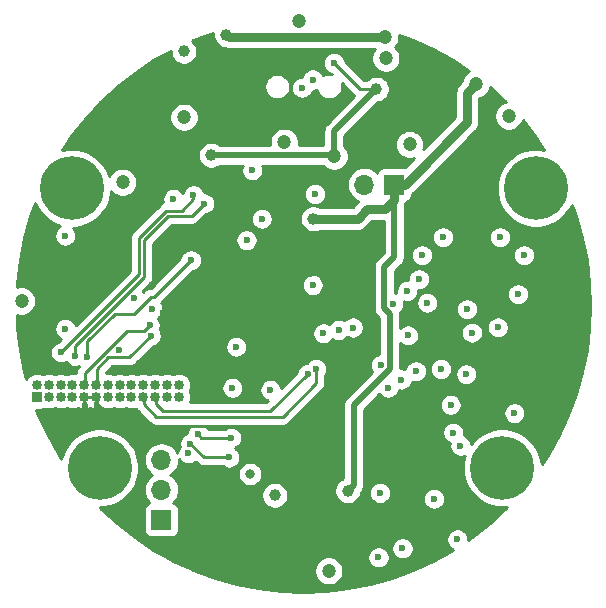
<source format=gbr>
G04 #@! TF.GenerationSoftware,KiCad,Pcbnew,(5.1.0)-1*
G04 #@! TF.CreationDate,2019-04-30T23:23:29-05:00*
G04 #@! TF.ProjectId,Avionics Board 1,4176696f-6e69-4637-9320-426f61726420,rev?*
G04 #@! TF.SameCoordinates,Original*
G04 #@! TF.FileFunction,Copper,L3,Inr*
G04 #@! TF.FilePolarity,Positive*
%FSLAX46Y46*%
G04 Gerber Fmt 4.6, Leading zero omitted, Abs format (unit mm)*
G04 Created by KiCad (PCBNEW (5.1.0)-1) date 2019-04-30 23:23:29*
%MOMM*%
%LPD*%
G04 APERTURE LIST*
%ADD10O,0.850000X0.850000*%
%ADD11R,0.850000X0.850000*%
%ADD12C,5.400000*%
%ADD13R,1.700000X1.700000*%
%ADD14O,1.700000X1.700000*%
%ADD15C,0.800000*%
%ADD16C,1.000000*%
%ADD17C,0.600000*%
%ADD18C,1.200000*%
%ADD19C,0.250000*%
%ADD20C,0.500000*%
%ADD21C,0.750000*%
%ADD22C,0.254000*%
G04 APERTURE END LIST*
D10*
X34700000Y-110000000D03*
X34700000Y-111000000D03*
X33700000Y-110000000D03*
X33700000Y-111000000D03*
X32700000Y-110000000D03*
X32700000Y-111000000D03*
X31700000Y-110000000D03*
X31700000Y-111000000D03*
X30700000Y-110000000D03*
X30700000Y-111000000D03*
X29700000Y-110000000D03*
X29700000Y-111000000D03*
X28700000Y-110000000D03*
X28700000Y-111000000D03*
X27700000Y-110000000D03*
X27700000Y-111000000D03*
X26700000Y-110000000D03*
X26700000Y-111000000D03*
X25700000Y-110000000D03*
X25700000Y-111000000D03*
X24700000Y-110000000D03*
X24700000Y-111000000D03*
X23700000Y-110000000D03*
X23700000Y-111000000D03*
X22700000Y-110000000D03*
D11*
X22700000Y-111000000D03*
D12*
X64940000Y-93322000D03*
X62100000Y-117000000D03*
X25640000Y-93322000D03*
X28000000Y-117000000D03*
D13*
X52940000Y-93022000D03*
D14*
X50400000Y-93022000D03*
D13*
X33223200Y-121406920D03*
D14*
X33223200Y-118866920D03*
X33223200Y-116326920D03*
D15*
X40740000Y-117522000D03*
D16*
X42840000Y-119322000D03*
D17*
X29640000Y-107022000D03*
X40440000Y-97722000D03*
X46040000Y-101522000D03*
X40940000Y-91822000D03*
X34240000Y-94222000D03*
X51740000Y-119122000D03*
D18*
X43640000Y-89422000D03*
D17*
X46240000Y-93822000D03*
D18*
X35140000Y-87322000D03*
X29940000Y-92822000D03*
D16*
X35140000Y-81722000D03*
D17*
X56311800Y-119621300D03*
D18*
X52240000Y-82322000D03*
X62640000Y-87222000D03*
X54240000Y-89622000D03*
D17*
X39570000Y-106758000D03*
X32440000Y-103522000D03*
X25092000Y-97360000D03*
X25092000Y-105234000D03*
X59106000Y-103572000D03*
X55042000Y-101032000D03*
X55296000Y-99000000D03*
X57074000Y-97476000D03*
X63932000Y-99000000D03*
X61900000Y-97476000D03*
X63424000Y-102302000D03*
D18*
X21390000Y-102872000D03*
D17*
X39240000Y-110222000D03*
D18*
X44900000Y-79200000D03*
D17*
X51800760Y-108310680D03*
X57715000Y-111668560D03*
X54787800Y-108818680D03*
X63124080Y-112379760D03*
X61716920Y-105105200D03*
X54102000Y-105791000D03*
X47840000Y-82722000D03*
D16*
X51440000Y-84922000D03*
D18*
X47840000Y-90622000D03*
D16*
X37440000Y-90522000D03*
D18*
X47401480Y-125724920D03*
D17*
X45840000Y-100622000D03*
X49040000Y-98922000D03*
X68184000Y-101322000D03*
X64940000Y-101522000D03*
X33340000Y-103922000D03*
X38640000Y-95222000D03*
X50640000Y-106322000D03*
D15*
X30040000Y-85122000D03*
D17*
X53140000Y-119322000D03*
X38240000Y-110022000D03*
D18*
X31640000Y-92822000D03*
D17*
X53247000Y-114447000D03*
X47381160Y-108727240D03*
X43327320Y-123012200D03*
X59827160Y-107690920D03*
X65211960Y-108285280D03*
X54193440Y-107172760D03*
X54652078Y-104417962D03*
D16*
X38740000Y-80322000D03*
D18*
X52140000Y-80522000D03*
D16*
X46100000Y-95922000D03*
D18*
X59840000Y-84522000D03*
D16*
X49022000Y-118948200D03*
D17*
X46940000Y-105622000D03*
X51612800Y-124576840D03*
X48240000Y-105322000D03*
X53645608Y-123811492D03*
X49440000Y-105122000D03*
X58293000Y-123050300D03*
X46040000Y-84122000D03*
X45140000Y-84822000D03*
X39141400Y-114437160D03*
X36337240Y-114147600D03*
X38968680Y-116123720D03*
X35692080Y-114940080D03*
X35514280Y-115773200D03*
X42453560Y-110388400D03*
X45640000Y-109022000D03*
X46340000Y-108622000D03*
X52840000Y-103122000D03*
X52440000Y-110222000D03*
X55740000Y-103022000D03*
X58540000Y-115122000D03*
X59040000Y-109067360D03*
X53540000Y-109522000D03*
X54040000Y-102022000D03*
X57940000Y-114022000D03*
X59522360Y-105557320D03*
X26940000Y-107622000D03*
X35740000Y-99422000D03*
X25940000Y-107522000D03*
X36840000Y-94622000D03*
X35940000Y-93922000D03*
X24740000Y-107222000D03*
X41740000Y-95922000D03*
X30940000Y-102622000D03*
X32240000Y-104922000D03*
X32340000Y-105822000D03*
X56896000Y-108625640D03*
D19*
X51440000Y-84922000D02*
X50040000Y-84922000D01*
X50040000Y-84922000D02*
X47840000Y-82722000D01*
D20*
X47840000Y-88522000D02*
X47840000Y-90622000D01*
X51440000Y-84922000D02*
X47840000Y-88522000D01*
X47840000Y-90622000D02*
X47740000Y-90522000D01*
X47740000Y-90522000D02*
X37440000Y-90522000D01*
D19*
X45840000Y-100622000D02*
X47240000Y-99222000D01*
X48740000Y-99222000D02*
X49040000Y-98922000D01*
X47240000Y-99222000D02*
X48740000Y-99222000D01*
X68184000Y-101322000D02*
X68140000Y-101322000D01*
X42040000Y-126332000D02*
X42040000Y-126322000D01*
X26740000Y-111022000D02*
X27740000Y-111022000D01*
X27740000Y-111623040D02*
X29616960Y-113500000D01*
X27740000Y-111022000D02*
X27740000Y-111623040D01*
X29616960Y-113500000D02*
X45400000Y-113500000D01*
X50640000Y-108260000D02*
X50640000Y-106322000D01*
X45400000Y-113500000D02*
X50640000Y-108260000D01*
D21*
X38740000Y-80322000D02*
X38940000Y-80522000D01*
X38940000Y-80522000D02*
X52140000Y-80522000D01*
X52940000Y-94322000D02*
X52940000Y-93022000D01*
X52140000Y-95122000D02*
X52940000Y-94322000D01*
X50640000Y-95122000D02*
X52140000Y-95122000D01*
X49840000Y-95922000D02*
X50640000Y-95122000D01*
X46340000Y-95922000D02*
X49840000Y-95922000D01*
X52940000Y-93022000D02*
X53840000Y-93022000D01*
X59140000Y-85222000D02*
X59840000Y-84522000D01*
X59140000Y-87722000D02*
X59140000Y-85222000D01*
X53840000Y-93022000D02*
X59140000Y-87722000D01*
D20*
X52089999Y-103482001D02*
X52089999Y-100007841D01*
X52550761Y-103942763D02*
X52089999Y-103482001D01*
X49521999Y-111699443D02*
X52550761Y-108670681D01*
X52089999Y-100007841D02*
X52940000Y-99157840D01*
X49521999Y-118448201D02*
X49521999Y-111699443D01*
X52550761Y-108670681D02*
X52550761Y-103942763D01*
X49022000Y-118948200D02*
X49521999Y-118448201D01*
X52940000Y-93022000D02*
X52940000Y-99157840D01*
D19*
X39141400Y-114437160D02*
X36626800Y-114437160D01*
X36626800Y-114437160D02*
X36337240Y-114147600D01*
X38968680Y-116123720D02*
X36875720Y-116123720D01*
X36875720Y-116123720D02*
X35692080Y-114940080D01*
X42440000Y-112222000D02*
X45640000Y-109022000D01*
X33338960Y-112222000D02*
X42440000Y-112222000D01*
X32740000Y-111623040D02*
X33338960Y-112222000D01*
X32740000Y-111022000D02*
X32740000Y-111623040D01*
X46340000Y-109822000D02*
X46340000Y-108622000D01*
X43489998Y-112672002D02*
X46340000Y-109822000D01*
X32788962Y-112672002D02*
X43489998Y-112672002D01*
X31740000Y-111022000D02*
X31740000Y-111623040D01*
X31740000Y-111623040D02*
X32788962Y-112672002D01*
X26940000Y-106294796D02*
X26940000Y-107622000D01*
X29276398Y-103958398D02*
X26940000Y-106294796D01*
X30903602Y-103958398D02*
X29276398Y-103958398D01*
X32340000Y-102522000D02*
X30903602Y-103958398D01*
X32640000Y-102522000D02*
X32340000Y-102522000D01*
X35740000Y-99422000D02*
X32640000Y-102522000D01*
X25940000Y-106658398D02*
X25940000Y-107522000D01*
X31790002Y-100808396D02*
X25940000Y-106658398D01*
X31790002Y-97708396D02*
X31790002Y-100808396D01*
X33826396Y-95672002D02*
X31790002Y-97708396D01*
X35789998Y-95672002D02*
X33826396Y-95672002D01*
X36840000Y-94622000D02*
X35789998Y-95672002D01*
X35940000Y-94222000D02*
X35940000Y-93922000D01*
X34940000Y-95222000D02*
X35940000Y-94222000D01*
X33640000Y-95222000D02*
X34940000Y-95222000D01*
X31340000Y-97522000D02*
X33640000Y-95222000D01*
X31340000Y-100622000D02*
X31340000Y-97522000D01*
X24740000Y-107222000D02*
X31340000Y-100622000D01*
X32240000Y-104922000D02*
X31740000Y-105422000D01*
X26740000Y-109320960D02*
X26740000Y-109922000D01*
X26740000Y-108996998D02*
X26740000Y-109320960D01*
X30314998Y-105422000D02*
X26740000Y-108996998D01*
X31740000Y-105422000D02*
X30314998Y-105422000D01*
X30514999Y-107647001D02*
X28726407Y-107647001D01*
X32340000Y-105822000D02*
X30514999Y-107647001D01*
X27740000Y-108633408D02*
X27740000Y-109922000D01*
X28726407Y-107647001D02*
X27740000Y-108633408D01*
D22*
G36*
X37605000Y-80210212D02*
G01*
X37605000Y-80433788D01*
X37648617Y-80653067D01*
X37734176Y-80859624D01*
X37858388Y-81045520D01*
X38016480Y-81203612D01*
X38202376Y-81327824D01*
X38408933Y-81413383D01*
X38498381Y-81431175D01*
X38551620Y-81459632D01*
X38623007Y-81481287D01*
X38742005Y-81517385D01*
X38940000Y-81536886D01*
X38989608Y-81532000D01*
X51283446Y-81532000D01*
X51280713Y-81534733D01*
X51145557Y-81737008D01*
X51052460Y-81961764D01*
X51005000Y-82200363D01*
X51005000Y-82443637D01*
X51052460Y-82682236D01*
X51145557Y-82906992D01*
X51280713Y-83109267D01*
X51452733Y-83281287D01*
X51655008Y-83416443D01*
X51879764Y-83509540D01*
X52118363Y-83557000D01*
X52361637Y-83557000D01*
X52600236Y-83509540D01*
X52824992Y-83416443D01*
X53027267Y-83281287D01*
X53199287Y-83109267D01*
X53334443Y-82906992D01*
X53427540Y-82682236D01*
X53475000Y-82443637D01*
X53475000Y-82200363D01*
X53427540Y-81961764D01*
X53334443Y-81737008D01*
X53199287Y-81534733D01*
X53036554Y-81372000D01*
X53099287Y-81309267D01*
X53234443Y-81106992D01*
X53327540Y-80882236D01*
X53375000Y-80643637D01*
X53375000Y-80400363D01*
X53364395Y-80347050D01*
X54536069Y-80779303D01*
X56268246Y-81577848D01*
X57932431Y-82509836D01*
X59286423Y-83414544D01*
X59255008Y-83427557D01*
X59052733Y-83562713D01*
X58880713Y-83734733D01*
X58745557Y-83937008D01*
X58652460Y-84161764D01*
X58622808Y-84310837D01*
X58460901Y-84472744D01*
X58422368Y-84504367D01*
X58390745Y-84542900D01*
X58390744Y-84542901D01*
X58296154Y-84658160D01*
X58202368Y-84833621D01*
X58144615Y-85024006D01*
X58125114Y-85222000D01*
X58130001Y-85271617D01*
X58130000Y-87303644D01*
X55410662Y-90022982D01*
X55427540Y-89982236D01*
X55475000Y-89743637D01*
X55475000Y-89500363D01*
X55427540Y-89261764D01*
X55334443Y-89037008D01*
X55199287Y-88834733D01*
X55027267Y-88662713D01*
X54824992Y-88527557D01*
X54600236Y-88434460D01*
X54361637Y-88387000D01*
X54118363Y-88387000D01*
X53879764Y-88434460D01*
X53655008Y-88527557D01*
X53452733Y-88662713D01*
X53280713Y-88834733D01*
X53145557Y-89037008D01*
X53052460Y-89261764D01*
X53005000Y-89500363D01*
X53005000Y-89743637D01*
X53052460Y-89982236D01*
X53145557Y-90206992D01*
X53280713Y-90409267D01*
X53452733Y-90581287D01*
X53655008Y-90716443D01*
X53879764Y-90809540D01*
X54118363Y-90857000D01*
X54361637Y-90857000D01*
X54600236Y-90809540D01*
X54640982Y-90792662D01*
X53889880Y-91543765D01*
X53790000Y-91533928D01*
X52090000Y-91533928D01*
X51965518Y-91546188D01*
X51845820Y-91582498D01*
X51735506Y-91641463D01*
X51638815Y-91720815D01*
X51559463Y-91817506D01*
X51500498Y-91927820D01*
X51479607Y-91996687D01*
X51455134Y-91966866D01*
X51229014Y-91781294D01*
X50971034Y-91643401D01*
X50691111Y-91558487D01*
X50472950Y-91537000D01*
X50327050Y-91537000D01*
X50108889Y-91558487D01*
X49828966Y-91643401D01*
X49570986Y-91781294D01*
X49344866Y-91966866D01*
X49159294Y-92192986D01*
X49021401Y-92450966D01*
X48936487Y-92730889D01*
X48907815Y-93022000D01*
X48936487Y-93313111D01*
X49021401Y-93593034D01*
X49159294Y-93851014D01*
X49344866Y-94077134D01*
X49570986Y-94262706D01*
X49828966Y-94400599D01*
X49906226Y-94424036D01*
X49890743Y-94442901D01*
X49421645Y-94912000D01*
X46627542Y-94912000D01*
X46431067Y-94830617D01*
X46211788Y-94787000D01*
X45988212Y-94787000D01*
X45768933Y-94830617D01*
X45562376Y-94916176D01*
X45376480Y-95040388D01*
X45218388Y-95198480D01*
X45094176Y-95384376D01*
X45008617Y-95590933D01*
X44965000Y-95810212D01*
X44965000Y-96033788D01*
X45008617Y-96253067D01*
X45094176Y-96459624D01*
X45218388Y-96645520D01*
X45376480Y-96803612D01*
X45562376Y-96927824D01*
X45768933Y-97013383D01*
X45988212Y-97057000D01*
X46211788Y-97057000D01*
X46431067Y-97013383D01*
X46627542Y-96932000D01*
X49790392Y-96932000D01*
X49840000Y-96936886D01*
X50037994Y-96917385D01*
X50038897Y-96917111D01*
X50228380Y-96859632D01*
X50403840Y-96765847D01*
X50557633Y-96639633D01*
X50589260Y-96601095D01*
X51058356Y-96132000D01*
X52055001Y-96132000D01*
X52055001Y-98791260D01*
X51494950Y-99351312D01*
X51461183Y-99379024D01*
X51433470Y-99412792D01*
X51433467Y-99412795D01*
X51350589Y-99513782D01*
X51268411Y-99667528D01*
X51217804Y-99834351D01*
X51200718Y-100007841D01*
X51205000Y-100051320D01*
X51204999Y-103438532D01*
X51200718Y-103482001D01*
X51204999Y-103525470D01*
X51204999Y-103525477D01*
X51214114Y-103618028D01*
X51217804Y-103655491D01*
X51221038Y-103666151D01*
X51268410Y-103822313D01*
X51350588Y-103976059D01*
X51461182Y-104110818D01*
X51494955Y-104138535D01*
X51665762Y-104309342D01*
X51665761Y-107384215D01*
X51528031Y-107411612D01*
X51357871Y-107482094D01*
X51204732Y-107584418D01*
X51074498Y-107714652D01*
X50972174Y-107867791D01*
X50901692Y-108037951D01*
X50865760Y-108218591D01*
X50865760Y-108402769D01*
X50901692Y-108583409D01*
X50972174Y-108753569D01*
X51069955Y-108899909D01*
X48926950Y-111042914D01*
X48893183Y-111070626D01*
X48865470Y-111104394D01*
X48865467Y-111104397D01*
X48782589Y-111205384D01*
X48700411Y-111359130D01*
X48649804Y-111525953D01*
X48632718Y-111699443D01*
X48637000Y-111742922D01*
X48636999Y-117879157D01*
X48484376Y-117942376D01*
X48298480Y-118066588D01*
X48140388Y-118224680D01*
X48016176Y-118410576D01*
X47930617Y-118617133D01*
X47887000Y-118836412D01*
X47887000Y-119059988D01*
X47930617Y-119279267D01*
X48016176Y-119485824D01*
X48140388Y-119671720D01*
X48298480Y-119829812D01*
X48484376Y-119954024D01*
X48690933Y-120039583D01*
X48910212Y-120083200D01*
X49133788Y-120083200D01*
X49353067Y-120039583D01*
X49559624Y-119954024D01*
X49745520Y-119829812D01*
X49903612Y-119671720D01*
X50027824Y-119485824D01*
X50113383Y-119279267D01*
X50154507Y-119072520D01*
X50189475Y-119029911D01*
X50805000Y-119029911D01*
X50805000Y-119214089D01*
X50840932Y-119394729D01*
X50911414Y-119564889D01*
X51013738Y-119718028D01*
X51143972Y-119848262D01*
X51297111Y-119950586D01*
X51467271Y-120021068D01*
X51647911Y-120057000D01*
X51832089Y-120057000D01*
X52012729Y-120021068D01*
X52182889Y-119950586D01*
X52336028Y-119848262D01*
X52466262Y-119718028D01*
X52568586Y-119564889D01*
X52583364Y-119529211D01*
X55376800Y-119529211D01*
X55376800Y-119713389D01*
X55412732Y-119894029D01*
X55483214Y-120064189D01*
X55585538Y-120217328D01*
X55715772Y-120347562D01*
X55868911Y-120449886D01*
X56039071Y-120520368D01*
X56219711Y-120556300D01*
X56403889Y-120556300D01*
X56584529Y-120520368D01*
X56754689Y-120449886D01*
X56907828Y-120347562D01*
X57038062Y-120217328D01*
X57140386Y-120064189D01*
X57210868Y-119894029D01*
X57246800Y-119713389D01*
X57246800Y-119529211D01*
X57210868Y-119348571D01*
X57140386Y-119178411D01*
X57038062Y-119025272D01*
X56907828Y-118895038D01*
X56754689Y-118792714D01*
X56584529Y-118722232D01*
X56403889Y-118686300D01*
X56219711Y-118686300D01*
X56039071Y-118722232D01*
X55868911Y-118792714D01*
X55715772Y-118895038D01*
X55585538Y-119025272D01*
X55483214Y-119178411D01*
X55412732Y-119348571D01*
X55376800Y-119529211D01*
X52583364Y-119529211D01*
X52639068Y-119394729D01*
X52675000Y-119214089D01*
X52675000Y-119029911D01*
X52639068Y-118849271D01*
X52568586Y-118679111D01*
X52466262Y-118525972D01*
X52336028Y-118395738D01*
X52182889Y-118293414D01*
X52012729Y-118222932D01*
X51832089Y-118187000D01*
X51647911Y-118187000D01*
X51467271Y-118222932D01*
X51297111Y-118293414D01*
X51143972Y-118395738D01*
X51013738Y-118525972D01*
X50911414Y-118679111D01*
X50840932Y-118849271D01*
X50805000Y-119029911D01*
X50189475Y-119029911D01*
X50261410Y-118942260D01*
X50343588Y-118788514D01*
X50394194Y-118621691D01*
X50406999Y-118491678D01*
X50406999Y-118491668D01*
X50411280Y-118448202D01*
X50406999Y-118404736D01*
X50406999Y-112066021D01*
X50896549Y-111576471D01*
X56780000Y-111576471D01*
X56780000Y-111760649D01*
X56815932Y-111941289D01*
X56886414Y-112111449D01*
X56988738Y-112264588D01*
X57118972Y-112394822D01*
X57272111Y-112497146D01*
X57442271Y-112567628D01*
X57622911Y-112603560D01*
X57807089Y-112603560D01*
X57987729Y-112567628D01*
X58157889Y-112497146D01*
X58311028Y-112394822D01*
X58418179Y-112287671D01*
X62189080Y-112287671D01*
X62189080Y-112471849D01*
X62225012Y-112652489D01*
X62295494Y-112822649D01*
X62397818Y-112975788D01*
X62528052Y-113106022D01*
X62681191Y-113208346D01*
X62851351Y-113278828D01*
X63031991Y-113314760D01*
X63216169Y-113314760D01*
X63396809Y-113278828D01*
X63566969Y-113208346D01*
X63720108Y-113106022D01*
X63850342Y-112975788D01*
X63952666Y-112822649D01*
X64023148Y-112652489D01*
X64059080Y-112471849D01*
X64059080Y-112287671D01*
X64023148Y-112107031D01*
X63952666Y-111936871D01*
X63850342Y-111783732D01*
X63720108Y-111653498D01*
X63566969Y-111551174D01*
X63396809Y-111480692D01*
X63216169Y-111444760D01*
X63031991Y-111444760D01*
X62851351Y-111480692D01*
X62681191Y-111551174D01*
X62528052Y-111653498D01*
X62397818Y-111783732D01*
X62295494Y-111936871D01*
X62225012Y-112107031D01*
X62189080Y-112287671D01*
X58418179Y-112287671D01*
X58441262Y-112264588D01*
X58543586Y-112111449D01*
X58614068Y-111941289D01*
X58650000Y-111760649D01*
X58650000Y-111576471D01*
X58614068Y-111395831D01*
X58543586Y-111225671D01*
X58441262Y-111072532D01*
X58311028Y-110942298D01*
X58157889Y-110839974D01*
X57987729Y-110769492D01*
X57807089Y-110733560D01*
X57622911Y-110733560D01*
X57442271Y-110769492D01*
X57272111Y-110839974D01*
X57118972Y-110942298D01*
X56988738Y-111072532D01*
X56886414Y-111225671D01*
X56815932Y-111395831D01*
X56780000Y-111576471D01*
X50896549Y-111576471D01*
X51690208Y-110782813D01*
X51713738Y-110818028D01*
X51843972Y-110948262D01*
X51997111Y-111050586D01*
X52167271Y-111121068D01*
X52347911Y-111157000D01*
X52532089Y-111157000D01*
X52712729Y-111121068D01*
X52882889Y-111050586D01*
X53036028Y-110948262D01*
X53166262Y-110818028D01*
X53268586Y-110664889D01*
X53339068Y-110494729D01*
X53350430Y-110437610D01*
X53447911Y-110457000D01*
X53632089Y-110457000D01*
X53812729Y-110421068D01*
X53982889Y-110350586D01*
X54136028Y-110248262D01*
X54266262Y-110118028D01*
X54368586Y-109964889D01*
X54439068Y-109794729D01*
X54459000Y-109694523D01*
X54515071Y-109717748D01*
X54695711Y-109753680D01*
X54879889Y-109753680D01*
X55060529Y-109717748D01*
X55230689Y-109647266D01*
X55383828Y-109544942D01*
X55514062Y-109414708D01*
X55616386Y-109261569D01*
X55686868Y-109091409D01*
X55722800Y-108910769D01*
X55722800Y-108726591D01*
X55686868Y-108545951D01*
X55681732Y-108533551D01*
X55961000Y-108533551D01*
X55961000Y-108717729D01*
X55996932Y-108898369D01*
X56067414Y-109068529D01*
X56169738Y-109221668D01*
X56299972Y-109351902D01*
X56453111Y-109454226D01*
X56623271Y-109524708D01*
X56803911Y-109560640D01*
X56988089Y-109560640D01*
X57168729Y-109524708D01*
X57338889Y-109454226D01*
X57492028Y-109351902D01*
X57622262Y-109221668D01*
X57724586Y-109068529D01*
X57763214Y-108975271D01*
X58105000Y-108975271D01*
X58105000Y-109159449D01*
X58140932Y-109340089D01*
X58211414Y-109510249D01*
X58313738Y-109663388D01*
X58443972Y-109793622D01*
X58597111Y-109895946D01*
X58767271Y-109966428D01*
X58947911Y-110002360D01*
X59132089Y-110002360D01*
X59312729Y-109966428D01*
X59482889Y-109895946D01*
X59636028Y-109793622D01*
X59766262Y-109663388D01*
X59868586Y-109510249D01*
X59939068Y-109340089D01*
X59975000Y-109159449D01*
X59975000Y-108975271D01*
X59939068Y-108794631D01*
X59868586Y-108624471D01*
X59766262Y-108471332D01*
X59636028Y-108341098D01*
X59482889Y-108238774D01*
X59312729Y-108168292D01*
X59132089Y-108132360D01*
X58947911Y-108132360D01*
X58767271Y-108168292D01*
X58597111Y-108238774D01*
X58443972Y-108341098D01*
X58313738Y-108471332D01*
X58211414Y-108624471D01*
X58140932Y-108794631D01*
X58105000Y-108975271D01*
X57763214Y-108975271D01*
X57795068Y-108898369D01*
X57831000Y-108717729D01*
X57831000Y-108533551D01*
X57795068Y-108352911D01*
X57724586Y-108182751D01*
X57622262Y-108029612D01*
X57492028Y-107899378D01*
X57338889Y-107797054D01*
X57168729Y-107726572D01*
X56988089Y-107690640D01*
X56803911Y-107690640D01*
X56623271Y-107726572D01*
X56453111Y-107797054D01*
X56299972Y-107899378D01*
X56169738Y-108029612D01*
X56067414Y-108182751D01*
X55996932Y-108352911D01*
X55961000Y-108533551D01*
X55681732Y-108533551D01*
X55616386Y-108375791D01*
X55514062Y-108222652D01*
X55383828Y-108092418D01*
X55230689Y-107990094D01*
X55060529Y-107919612D01*
X54879889Y-107883680D01*
X54695711Y-107883680D01*
X54515071Y-107919612D01*
X54344911Y-107990094D01*
X54191772Y-108092418D01*
X54061538Y-108222652D01*
X53959214Y-108375791D01*
X53888732Y-108545951D01*
X53868800Y-108646157D01*
X53812729Y-108622932D01*
X53632089Y-108587000D01*
X53447911Y-108587000D01*
X53435761Y-108589417D01*
X53435761Y-106447051D01*
X53505972Y-106517262D01*
X53659111Y-106619586D01*
X53829271Y-106690068D01*
X54009911Y-106726000D01*
X54194089Y-106726000D01*
X54374729Y-106690068D01*
X54544889Y-106619586D01*
X54698028Y-106517262D01*
X54828262Y-106387028D01*
X54930586Y-106233889D01*
X55001068Y-106063729D01*
X55037000Y-105883089D01*
X55037000Y-105698911D01*
X55001068Y-105518271D01*
X54979099Y-105465231D01*
X58587360Y-105465231D01*
X58587360Y-105649409D01*
X58623292Y-105830049D01*
X58693774Y-106000209D01*
X58796098Y-106153348D01*
X58926332Y-106283582D01*
X59079471Y-106385906D01*
X59249631Y-106456388D01*
X59430271Y-106492320D01*
X59614449Y-106492320D01*
X59795089Y-106456388D01*
X59965249Y-106385906D01*
X60118388Y-106283582D01*
X60248622Y-106153348D01*
X60350946Y-106000209D01*
X60421428Y-105830049D01*
X60457360Y-105649409D01*
X60457360Y-105465231D01*
X60421428Y-105284591D01*
X60350946Y-105114431D01*
X60283247Y-105013111D01*
X60781920Y-105013111D01*
X60781920Y-105197289D01*
X60817852Y-105377929D01*
X60888334Y-105548089D01*
X60990658Y-105701228D01*
X61120892Y-105831462D01*
X61274031Y-105933786D01*
X61444191Y-106004268D01*
X61624831Y-106040200D01*
X61809009Y-106040200D01*
X61989649Y-106004268D01*
X62159809Y-105933786D01*
X62312948Y-105831462D01*
X62443182Y-105701228D01*
X62545506Y-105548089D01*
X62615988Y-105377929D01*
X62651920Y-105197289D01*
X62651920Y-105013111D01*
X62615988Y-104832471D01*
X62545506Y-104662311D01*
X62443182Y-104509172D01*
X62312948Y-104378938D01*
X62159809Y-104276614D01*
X61989649Y-104206132D01*
X61809009Y-104170200D01*
X61624831Y-104170200D01*
X61444191Y-104206132D01*
X61274031Y-104276614D01*
X61120892Y-104378938D01*
X60990658Y-104509172D01*
X60888334Y-104662311D01*
X60817852Y-104832471D01*
X60781920Y-105013111D01*
X60283247Y-105013111D01*
X60248622Y-104961292D01*
X60118388Y-104831058D01*
X59965249Y-104728734D01*
X59795089Y-104658252D01*
X59614449Y-104622320D01*
X59430271Y-104622320D01*
X59249631Y-104658252D01*
X59079471Y-104728734D01*
X58926332Y-104831058D01*
X58796098Y-104961292D01*
X58693774Y-105114431D01*
X58623292Y-105284591D01*
X58587360Y-105465231D01*
X54979099Y-105465231D01*
X54930586Y-105348111D01*
X54828262Y-105194972D01*
X54698028Y-105064738D01*
X54544889Y-104962414D01*
X54374729Y-104891932D01*
X54194089Y-104856000D01*
X54009911Y-104856000D01*
X53829271Y-104891932D01*
X53659111Y-104962414D01*
X53505972Y-105064738D01*
X53435761Y-105134949D01*
X53435761Y-103986232D01*
X53440042Y-103942763D01*
X53435761Y-103899294D01*
X53435761Y-103899286D01*
X53431062Y-103851580D01*
X53436028Y-103848262D01*
X53566262Y-103718028D01*
X53668586Y-103564889D01*
X53739068Y-103394729D01*
X53775000Y-103214089D01*
X53775000Y-103029911D01*
X53752099Y-102914784D01*
X53767271Y-102921068D01*
X53947911Y-102957000D01*
X54132089Y-102957000D01*
X54268272Y-102929911D01*
X54805000Y-102929911D01*
X54805000Y-103114089D01*
X54840932Y-103294729D01*
X54911414Y-103464889D01*
X55013738Y-103618028D01*
X55143972Y-103748262D01*
X55297111Y-103850586D01*
X55467271Y-103921068D01*
X55647911Y-103957000D01*
X55832089Y-103957000D01*
X56012729Y-103921068D01*
X56182889Y-103850586D01*
X56336028Y-103748262D01*
X56466262Y-103618028D01*
X56558548Y-103479911D01*
X58171000Y-103479911D01*
X58171000Y-103664089D01*
X58206932Y-103844729D01*
X58277414Y-104014889D01*
X58379738Y-104168028D01*
X58509972Y-104298262D01*
X58663111Y-104400586D01*
X58833271Y-104471068D01*
X59013911Y-104507000D01*
X59198089Y-104507000D01*
X59378729Y-104471068D01*
X59548889Y-104400586D01*
X59702028Y-104298262D01*
X59832262Y-104168028D01*
X59934586Y-104014889D01*
X60005068Y-103844729D01*
X60041000Y-103664089D01*
X60041000Y-103479911D01*
X60005068Y-103299271D01*
X59934586Y-103129111D01*
X59832262Y-102975972D01*
X59702028Y-102845738D01*
X59548889Y-102743414D01*
X59378729Y-102672932D01*
X59198089Y-102637000D01*
X59013911Y-102637000D01*
X58833271Y-102672932D01*
X58663111Y-102743414D01*
X58509972Y-102845738D01*
X58379738Y-102975972D01*
X58277414Y-103129111D01*
X58206932Y-103299271D01*
X58171000Y-103479911D01*
X56558548Y-103479911D01*
X56568586Y-103464889D01*
X56639068Y-103294729D01*
X56675000Y-103114089D01*
X56675000Y-102929911D01*
X56639068Y-102749271D01*
X56568586Y-102579111D01*
X56466262Y-102425972D01*
X56336028Y-102295738D01*
X56207579Y-102209911D01*
X62489000Y-102209911D01*
X62489000Y-102394089D01*
X62524932Y-102574729D01*
X62595414Y-102744889D01*
X62697738Y-102898028D01*
X62827972Y-103028262D01*
X62981111Y-103130586D01*
X63151271Y-103201068D01*
X63331911Y-103237000D01*
X63516089Y-103237000D01*
X63696729Y-103201068D01*
X63866889Y-103130586D01*
X64020028Y-103028262D01*
X64150262Y-102898028D01*
X64252586Y-102744889D01*
X64323068Y-102574729D01*
X64359000Y-102394089D01*
X64359000Y-102209911D01*
X64323068Y-102029271D01*
X64252586Y-101859111D01*
X64150262Y-101705972D01*
X64020028Y-101575738D01*
X63866889Y-101473414D01*
X63696729Y-101402932D01*
X63516089Y-101367000D01*
X63331911Y-101367000D01*
X63151271Y-101402932D01*
X62981111Y-101473414D01*
X62827972Y-101575738D01*
X62697738Y-101705972D01*
X62595414Y-101859111D01*
X62524932Y-102029271D01*
X62489000Y-102209911D01*
X56207579Y-102209911D01*
X56182889Y-102193414D01*
X56012729Y-102122932D01*
X55832089Y-102087000D01*
X55647911Y-102087000D01*
X55467271Y-102122932D01*
X55297111Y-102193414D01*
X55143972Y-102295738D01*
X55013738Y-102425972D01*
X54911414Y-102579111D01*
X54840932Y-102749271D01*
X54805000Y-102929911D01*
X54268272Y-102929911D01*
X54312729Y-102921068D01*
X54482889Y-102850586D01*
X54636028Y-102748262D01*
X54766262Y-102618028D01*
X54868586Y-102464889D01*
X54939068Y-102294729D01*
X54975000Y-102114089D01*
X54975000Y-101967000D01*
X55134089Y-101967000D01*
X55314729Y-101931068D01*
X55484889Y-101860586D01*
X55638028Y-101758262D01*
X55768262Y-101628028D01*
X55870586Y-101474889D01*
X55941068Y-101304729D01*
X55977000Y-101124089D01*
X55977000Y-100939911D01*
X55941068Y-100759271D01*
X55870586Y-100589111D01*
X55768262Y-100435972D01*
X55638028Y-100305738D01*
X55484889Y-100203414D01*
X55314729Y-100132932D01*
X55134089Y-100097000D01*
X54949911Y-100097000D01*
X54769271Y-100132932D01*
X54599111Y-100203414D01*
X54445972Y-100305738D01*
X54315738Y-100435972D01*
X54213414Y-100589111D01*
X54142932Y-100759271D01*
X54107000Y-100939911D01*
X54107000Y-101087000D01*
X53947911Y-101087000D01*
X53767271Y-101122932D01*
X53597111Y-101193414D01*
X53443972Y-101295738D01*
X53313738Y-101425972D01*
X53211414Y-101579111D01*
X53140932Y-101749271D01*
X53105000Y-101929911D01*
X53105000Y-102114089D01*
X53127901Y-102229216D01*
X53112729Y-102222932D01*
X52974999Y-102195535D01*
X52974999Y-100374419D01*
X53535049Y-99814370D01*
X53568817Y-99786657D01*
X53618383Y-99726262D01*
X53679410Y-99651900D01*
X53709274Y-99596028D01*
X53761589Y-99498153D01*
X53812195Y-99331330D01*
X53825000Y-99201317D01*
X53825000Y-99201309D01*
X53829281Y-99157840D01*
X53825000Y-99114371D01*
X53825000Y-98907911D01*
X54361000Y-98907911D01*
X54361000Y-99092089D01*
X54396932Y-99272729D01*
X54467414Y-99442889D01*
X54569738Y-99596028D01*
X54699972Y-99726262D01*
X54853111Y-99828586D01*
X55023271Y-99899068D01*
X55203911Y-99935000D01*
X55388089Y-99935000D01*
X55568729Y-99899068D01*
X55738889Y-99828586D01*
X55892028Y-99726262D01*
X56022262Y-99596028D01*
X56124586Y-99442889D01*
X56195068Y-99272729D01*
X56231000Y-99092089D01*
X56231000Y-98907911D01*
X62997000Y-98907911D01*
X62997000Y-99092089D01*
X63032932Y-99272729D01*
X63103414Y-99442889D01*
X63205738Y-99596028D01*
X63335972Y-99726262D01*
X63489111Y-99828586D01*
X63659271Y-99899068D01*
X63839911Y-99935000D01*
X64024089Y-99935000D01*
X64204729Y-99899068D01*
X64374889Y-99828586D01*
X64528028Y-99726262D01*
X64658262Y-99596028D01*
X64760586Y-99442889D01*
X64831068Y-99272729D01*
X64867000Y-99092089D01*
X64867000Y-98907911D01*
X64831068Y-98727271D01*
X64760586Y-98557111D01*
X64658262Y-98403972D01*
X64528028Y-98273738D01*
X64374889Y-98171414D01*
X64204729Y-98100932D01*
X64024089Y-98065000D01*
X63839911Y-98065000D01*
X63659271Y-98100932D01*
X63489111Y-98171414D01*
X63335972Y-98273738D01*
X63205738Y-98403972D01*
X63103414Y-98557111D01*
X63032932Y-98727271D01*
X62997000Y-98907911D01*
X56231000Y-98907911D01*
X56195068Y-98727271D01*
X56124586Y-98557111D01*
X56022262Y-98403972D01*
X55892028Y-98273738D01*
X55738889Y-98171414D01*
X55568729Y-98100932D01*
X55388089Y-98065000D01*
X55203911Y-98065000D01*
X55023271Y-98100932D01*
X54853111Y-98171414D01*
X54699972Y-98273738D01*
X54569738Y-98403972D01*
X54467414Y-98557111D01*
X54396932Y-98727271D01*
X54361000Y-98907911D01*
X53825000Y-98907911D01*
X53825000Y-97383911D01*
X56139000Y-97383911D01*
X56139000Y-97568089D01*
X56174932Y-97748729D01*
X56245414Y-97918889D01*
X56347738Y-98072028D01*
X56477972Y-98202262D01*
X56631111Y-98304586D01*
X56801271Y-98375068D01*
X56981911Y-98411000D01*
X57166089Y-98411000D01*
X57346729Y-98375068D01*
X57516889Y-98304586D01*
X57670028Y-98202262D01*
X57800262Y-98072028D01*
X57902586Y-97918889D01*
X57973068Y-97748729D01*
X58009000Y-97568089D01*
X58009000Y-97383911D01*
X60965000Y-97383911D01*
X60965000Y-97568089D01*
X61000932Y-97748729D01*
X61071414Y-97918889D01*
X61173738Y-98072028D01*
X61303972Y-98202262D01*
X61457111Y-98304586D01*
X61627271Y-98375068D01*
X61807911Y-98411000D01*
X61992089Y-98411000D01*
X62172729Y-98375068D01*
X62342889Y-98304586D01*
X62496028Y-98202262D01*
X62626262Y-98072028D01*
X62728586Y-97918889D01*
X62799068Y-97748729D01*
X62835000Y-97568089D01*
X62835000Y-97383911D01*
X62799068Y-97203271D01*
X62728586Y-97033111D01*
X62626262Y-96879972D01*
X62496028Y-96749738D01*
X62342889Y-96647414D01*
X62172729Y-96576932D01*
X61992089Y-96541000D01*
X61807911Y-96541000D01*
X61627271Y-96576932D01*
X61457111Y-96647414D01*
X61303972Y-96749738D01*
X61173738Y-96879972D01*
X61071414Y-97033111D01*
X61000932Y-97203271D01*
X60965000Y-97383911D01*
X58009000Y-97383911D01*
X57973068Y-97203271D01*
X57902586Y-97033111D01*
X57800262Y-96879972D01*
X57670028Y-96749738D01*
X57516889Y-96647414D01*
X57346729Y-96576932D01*
X57166089Y-96541000D01*
X56981911Y-96541000D01*
X56801271Y-96576932D01*
X56631111Y-96647414D01*
X56477972Y-96749738D01*
X56347738Y-96879972D01*
X56245414Y-97033111D01*
X56174932Y-97203271D01*
X56139000Y-97383911D01*
X53825000Y-97383911D01*
X53825000Y-94808848D01*
X53877632Y-94710380D01*
X53897078Y-94646275D01*
X53935385Y-94519995D01*
X53938281Y-94490593D01*
X54034180Y-94461502D01*
X54144494Y-94402537D01*
X54241185Y-94323185D01*
X54320537Y-94226494D01*
X54379502Y-94116180D01*
X54415812Y-93996482D01*
X54428072Y-93872000D01*
X54428072Y-93845960D01*
X54557633Y-93739633D01*
X54589261Y-93701094D01*
X59819100Y-88471256D01*
X59857633Y-88439633D01*
X59983847Y-88285840D01*
X60077632Y-88110380D01*
X60135385Y-87919994D01*
X60150000Y-87771608D01*
X60150000Y-87771607D01*
X60154886Y-87722000D01*
X60150000Y-87672392D01*
X60150000Y-85719533D01*
X60200236Y-85709540D01*
X60424992Y-85616443D01*
X60627267Y-85481287D01*
X60799287Y-85309267D01*
X60934443Y-85106992D01*
X61027540Y-84882236D01*
X61047944Y-84779657D01*
X62383139Y-86013898D01*
X62279764Y-86034460D01*
X62055008Y-86127557D01*
X61852733Y-86262713D01*
X61680713Y-86434733D01*
X61545557Y-86637008D01*
X61452460Y-86861764D01*
X61405000Y-87100363D01*
X61405000Y-87343637D01*
X61452460Y-87582236D01*
X61545557Y-87806992D01*
X61680713Y-88009267D01*
X61852733Y-88181287D01*
X62055008Y-88316443D01*
X62279764Y-88409540D01*
X62518363Y-88457000D01*
X62761637Y-88457000D01*
X63000236Y-88409540D01*
X63224992Y-88316443D01*
X63427267Y-88181287D01*
X63599287Y-88009267D01*
X63734443Y-87806992D01*
X63824680Y-87589141D01*
X64892479Y-88943638D01*
X65638859Y-90060675D01*
X65268469Y-89987000D01*
X64611531Y-89987000D01*
X63967216Y-90115162D01*
X63360285Y-90366561D01*
X62814061Y-90731536D01*
X62349536Y-91196061D01*
X61984561Y-91742285D01*
X61733162Y-92349216D01*
X61605000Y-92993531D01*
X61605000Y-93650469D01*
X61733162Y-94294784D01*
X61984561Y-94901715D01*
X62349536Y-95447939D01*
X62814061Y-95912464D01*
X63360285Y-96277439D01*
X63967216Y-96528838D01*
X64611531Y-96657000D01*
X65268469Y-96657000D01*
X65912784Y-96528838D01*
X66519715Y-96277439D01*
X67065939Y-95912464D01*
X67530464Y-95447939D01*
X67895439Y-94901715D01*
X67973319Y-94713696D01*
X68342875Y-95715421D01*
X68860616Y-97551192D01*
X69232728Y-99421925D01*
X69456916Y-101316087D01*
X69531800Y-103222000D01*
X69456916Y-105127913D01*
X69232728Y-107022075D01*
X68860616Y-108892808D01*
X68342875Y-110728579D01*
X67682697Y-112518069D01*
X66884152Y-114250246D01*
X65952164Y-115914431D01*
X65435000Y-116688422D01*
X65435000Y-116671531D01*
X65306838Y-116027216D01*
X65055439Y-115420285D01*
X64690464Y-114874061D01*
X64225939Y-114409536D01*
X63679715Y-114044561D01*
X63072784Y-113793162D01*
X62428469Y-113665000D01*
X61771531Y-113665000D01*
X61127216Y-113793162D01*
X60520285Y-114044561D01*
X59974061Y-114409536D01*
X59509536Y-114874061D01*
X59459034Y-114949643D01*
X59439068Y-114849271D01*
X59368586Y-114679111D01*
X59266262Y-114525972D01*
X59136028Y-114395738D01*
X58982889Y-114293414D01*
X58850257Y-114238477D01*
X58875000Y-114114089D01*
X58875000Y-113929911D01*
X58839068Y-113749271D01*
X58768586Y-113579111D01*
X58666262Y-113425972D01*
X58536028Y-113295738D01*
X58382889Y-113193414D01*
X58212729Y-113122932D01*
X58032089Y-113087000D01*
X57847911Y-113087000D01*
X57667271Y-113122932D01*
X57497111Y-113193414D01*
X57343972Y-113295738D01*
X57213738Y-113425972D01*
X57111414Y-113579111D01*
X57040932Y-113749271D01*
X57005000Y-113929911D01*
X57005000Y-114114089D01*
X57040932Y-114294729D01*
X57111414Y-114464889D01*
X57213738Y-114618028D01*
X57343972Y-114748262D01*
X57497111Y-114850586D01*
X57629743Y-114905523D01*
X57605000Y-115029911D01*
X57605000Y-115214089D01*
X57640932Y-115394729D01*
X57711414Y-115564889D01*
X57813738Y-115718028D01*
X57943972Y-115848262D01*
X58097111Y-115950586D01*
X58267271Y-116021068D01*
X58447911Y-116057000D01*
X58632089Y-116057000D01*
X58812729Y-116021068D01*
X58912894Y-115979579D01*
X58893162Y-116027216D01*
X58765000Y-116671531D01*
X58765000Y-117328469D01*
X58893162Y-117972784D01*
X59144561Y-118579715D01*
X59509536Y-119125939D01*
X59974061Y-119590464D01*
X60520285Y-119955439D01*
X61127216Y-120206838D01*
X61771531Y-120335000D01*
X62428469Y-120335000D01*
X62486663Y-120323425D01*
X62416897Y-120398897D01*
X61016262Y-121693630D01*
X59518362Y-122874479D01*
X59228000Y-123068493D01*
X59228000Y-122958211D01*
X59192068Y-122777571D01*
X59121586Y-122607411D01*
X59019262Y-122454272D01*
X58889028Y-122324038D01*
X58735889Y-122221714D01*
X58565729Y-122151232D01*
X58385089Y-122115300D01*
X58200911Y-122115300D01*
X58020271Y-122151232D01*
X57850111Y-122221714D01*
X57696972Y-122324038D01*
X57566738Y-122454272D01*
X57464414Y-122607411D01*
X57393932Y-122777571D01*
X57358000Y-122958211D01*
X57358000Y-123142389D01*
X57393932Y-123323029D01*
X57464414Y-123493189D01*
X57566738Y-123646328D01*
X57696972Y-123776562D01*
X57850111Y-123878886D01*
X57951999Y-123921089D01*
X57932431Y-123934164D01*
X56268246Y-124866152D01*
X54536069Y-125664697D01*
X52746579Y-126324875D01*
X50910808Y-126842616D01*
X49040075Y-127214728D01*
X47145913Y-127438916D01*
X45240000Y-127513800D01*
X43334087Y-127438916D01*
X41439925Y-127214728D01*
X39569192Y-126842616D01*
X37733421Y-126324875D01*
X35943931Y-125664697D01*
X35810714Y-125603283D01*
X46166480Y-125603283D01*
X46166480Y-125846557D01*
X46213940Y-126085156D01*
X46307037Y-126309912D01*
X46442193Y-126512187D01*
X46614213Y-126684207D01*
X46816488Y-126819363D01*
X47041244Y-126912460D01*
X47279843Y-126959920D01*
X47523117Y-126959920D01*
X47761716Y-126912460D01*
X47986472Y-126819363D01*
X48188747Y-126684207D01*
X48360767Y-126512187D01*
X48495923Y-126309912D01*
X48589020Y-126085156D01*
X48636480Y-125846557D01*
X48636480Y-125603283D01*
X48589020Y-125364684D01*
X48495923Y-125139928D01*
X48360767Y-124937653D01*
X48188747Y-124765633D01*
X47986472Y-124630477D01*
X47761716Y-124537380D01*
X47523117Y-124489920D01*
X47279843Y-124489920D01*
X47041244Y-124537380D01*
X46816488Y-124630477D01*
X46614213Y-124765633D01*
X46442193Y-124937653D01*
X46307037Y-125139928D01*
X46213940Y-125364684D01*
X46166480Y-125603283D01*
X35810714Y-125603283D01*
X34211754Y-124866152D01*
X33530714Y-124484751D01*
X50677800Y-124484751D01*
X50677800Y-124668929D01*
X50713732Y-124849569D01*
X50784214Y-125019729D01*
X50886538Y-125172868D01*
X51016772Y-125303102D01*
X51169911Y-125405426D01*
X51340071Y-125475908D01*
X51520711Y-125511840D01*
X51704889Y-125511840D01*
X51885529Y-125475908D01*
X52055689Y-125405426D01*
X52208828Y-125303102D01*
X52339062Y-125172868D01*
X52441386Y-125019729D01*
X52511868Y-124849569D01*
X52547800Y-124668929D01*
X52547800Y-124484751D01*
X52511868Y-124304111D01*
X52441386Y-124133951D01*
X52339062Y-123980812D01*
X52208828Y-123850578D01*
X52055689Y-123748254D01*
X51986036Y-123719403D01*
X52710608Y-123719403D01*
X52710608Y-123903581D01*
X52746540Y-124084221D01*
X52817022Y-124254381D01*
X52919346Y-124407520D01*
X53049580Y-124537754D01*
X53202719Y-124640078D01*
X53372879Y-124710560D01*
X53553519Y-124746492D01*
X53737697Y-124746492D01*
X53918337Y-124710560D01*
X54088497Y-124640078D01*
X54241636Y-124537754D01*
X54371870Y-124407520D01*
X54474194Y-124254381D01*
X54544676Y-124084221D01*
X54580608Y-123903581D01*
X54580608Y-123719403D01*
X54544676Y-123538763D01*
X54474194Y-123368603D01*
X54371870Y-123215464D01*
X54241636Y-123085230D01*
X54088497Y-122982906D01*
X53918337Y-122912424D01*
X53737697Y-122876492D01*
X53553519Y-122876492D01*
X53372879Y-122912424D01*
X53202719Y-122982906D01*
X53049580Y-123085230D01*
X52919346Y-123215464D01*
X52817022Y-123368603D01*
X52746540Y-123538763D01*
X52710608Y-123719403D01*
X51986036Y-123719403D01*
X51885529Y-123677772D01*
X51704889Y-123641840D01*
X51520711Y-123641840D01*
X51340071Y-123677772D01*
X51169911Y-123748254D01*
X51016772Y-123850578D01*
X50886538Y-123980812D01*
X50784214Y-124133951D01*
X50713732Y-124304111D01*
X50677800Y-124484751D01*
X33530714Y-124484751D01*
X32547569Y-123934164D01*
X30961638Y-122874479D01*
X29463738Y-121693630D01*
X28063103Y-120398897D01*
X28004037Y-120335000D01*
X28328469Y-120335000D01*
X28972784Y-120206838D01*
X29579715Y-119955439D01*
X30125939Y-119590464D01*
X30590464Y-119125939D01*
X30955439Y-118579715D01*
X31206838Y-117972784D01*
X31335000Y-117328469D01*
X31335000Y-116671531D01*
X31206838Y-116027216D01*
X30955439Y-115420285D01*
X30590464Y-114874061D01*
X30125939Y-114409536D01*
X29579715Y-114044561D01*
X28972784Y-113793162D01*
X28328469Y-113665000D01*
X27671531Y-113665000D01*
X27027216Y-113793162D01*
X26420285Y-114044561D01*
X25874061Y-114409536D01*
X25409536Y-114874061D01*
X25044561Y-115420285D01*
X24793162Y-116027216D01*
X24749584Y-116246300D01*
X24527836Y-115914431D01*
X23595848Y-114250246D01*
X22797303Y-112518069D01*
X22629446Y-112063072D01*
X23125000Y-112063072D01*
X23249482Y-112050812D01*
X23369180Y-112014502D01*
X23377724Y-112009935D01*
X23492204Y-112044662D01*
X23647934Y-112060000D01*
X23752066Y-112060000D01*
X23907796Y-112044662D01*
X24107607Y-111984050D01*
X24200000Y-111934665D01*
X24292393Y-111984050D01*
X24492204Y-112044662D01*
X24647934Y-112060000D01*
X24752066Y-112060000D01*
X24907796Y-112044662D01*
X25107607Y-111984050D01*
X25200000Y-111934665D01*
X25292393Y-111984050D01*
X25492204Y-112044662D01*
X25647934Y-112060000D01*
X25752066Y-112060000D01*
X25907796Y-112044662D01*
X26107607Y-111984050D01*
X26201809Y-111933698D01*
X26374750Y-112008872D01*
X26409938Y-112019540D01*
X26573000Y-111892257D01*
X26573000Y-111607133D01*
X26585622Y-111591753D01*
X26684050Y-111407607D01*
X26702632Y-111346351D01*
X26756632Y-111483394D01*
X26827000Y-111592768D01*
X26827000Y-111892257D01*
X26990062Y-112019540D01*
X27025250Y-112008872D01*
X27200000Y-111932912D01*
X27374750Y-112008872D01*
X27409938Y-112019540D01*
X27573000Y-111892257D01*
X27573000Y-111592768D01*
X27643368Y-111483394D01*
X27697368Y-111346351D01*
X27715950Y-111407607D01*
X27814378Y-111591753D01*
X27827000Y-111607133D01*
X27827000Y-111892257D01*
X27990062Y-112019540D01*
X28025250Y-112008872D01*
X28198191Y-111933698D01*
X28292393Y-111984050D01*
X28492204Y-112044662D01*
X28647934Y-112060000D01*
X28752066Y-112060000D01*
X28907796Y-112044662D01*
X29107607Y-111984050D01*
X29200000Y-111934665D01*
X29292393Y-111984050D01*
X29492204Y-112044662D01*
X29647934Y-112060000D01*
X29752066Y-112060000D01*
X29907796Y-112044662D01*
X30107607Y-111984050D01*
X30200000Y-111934665D01*
X30292393Y-111984050D01*
X30492204Y-112044662D01*
X30647934Y-112060000D01*
X30752066Y-112060000D01*
X30907796Y-112044662D01*
X31076288Y-111993551D01*
X31105026Y-112047316D01*
X31174526Y-112132001D01*
X31200000Y-112163041D01*
X31228998Y-112186839D01*
X32225163Y-113183005D01*
X32248961Y-113212003D01*
X32364686Y-113306976D01*
X32496715Y-113377548D01*
X32639976Y-113421005D01*
X32751629Y-113432002D01*
X32751638Y-113432002D01*
X32788961Y-113435678D01*
X32826284Y-113432002D01*
X35730548Y-113432002D01*
X35610978Y-113551572D01*
X35508654Y-113704711D01*
X35438172Y-113874871D01*
X35403847Y-114047434D01*
X35249191Y-114111494D01*
X35096052Y-114213818D01*
X34965818Y-114344052D01*
X34863494Y-114497191D01*
X34793012Y-114667351D01*
X34757080Y-114847991D01*
X34757080Y-115032169D01*
X34786404Y-115179588D01*
X34685694Y-115330311D01*
X34615212Y-115500471D01*
X34579280Y-115681111D01*
X34579280Y-115713756D01*
X34463906Y-115497906D01*
X34278334Y-115271786D01*
X34052214Y-115086214D01*
X33794234Y-114948321D01*
X33514311Y-114863407D01*
X33296150Y-114841920D01*
X33150250Y-114841920D01*
X32932089Y-114863407D01*
X32652166Y-114948321D01*
X32394186Y-115086214D01*
X32168066Y-115271786D01*
X31982494Y-115497906D01*
X31844601Y-115755886D01*
X31759687Y-116035809D01*
X31731015Y-116326920D01*
X31759687Y-116618031D01*
X31844601Y-116897954D01*
X31982494Y-117155934D01*
X32168066Y-117382054D01*
X32394186Y-117567626D01*
X32448991Y-117596920D01*
X32394186Y-117626214D01*
X32168066Y-117811786D01*
X31982494Y-118037906D01*
X31844601Y-118295886D01*
X31759687Y-118575809D01*
X31731015Y-118866920D01*
X31759687Y-119158031D01*
X31844601Y-119437954D01*
X31982494Y-119695934D01*
X32168066Y-119922054D01*
X32197887Y-119946527D01*
X32129020Y-119967418D01*
X32018706Y-120026383D01*
X31922015Y-120105735D01*
X31842663Y-120202426D01*
X31783698Y-120312740D01*
X31747388Y-120432438D01*
X31735128Y-120556920D01*
X31735128Y-122256920D01*
X31747388Y-122381402D01*
X31783698Y-122501100D01*
X31842663Y-122611414D01*
X31922015Y-122708105D01*
X32018706Y-122787457D01*
X32129020Y-122846422D01*
X32248718Y-122882732D01*
X32373200Y-122894992D01*
X34073200Y-122894992D01*
X34197682Y-122882732D01*
X34317380Y-122846422D01*
X34427694Y-122787457D01*
X34524385Y-122708105D01*
X34603737Y-122611414D01*
X34662702Y-122501100D01*
X34699012Y-122381402D01*
X34711272Y-122256920D01*
X34711272Y-120556920D01*
X34699012Y-120432438D01*
X34662702Y-120312740D01*
X34603737Y-120202426D01*
X34524385Y-120105735D01*
X34427694Y-120026383D01*
X34317380Y-119967418D01*
X34248513Y-119946527D01*
X34278334Y-119922054D01*
X34463906Y-119695934D01*
X34601799Y-119437954D01*
X34670884Y-119210212D01*
X41705000Y-119210212D01*
X41705000Y-119433788D01*
X41748617Y-119653067D01*
X41834176Y-119859624D01*
X41958388Y-120045520D01*
X42116480Y-120203612D01*
X42302376Y-120327824D01*
X42508933Y-120413383D01*
X42728212Y-120457000D01*
X42951788Y-120457000D01*
X43171067Y-120413383D01*
X43377624Y-120327824D01*
X43563520Y-120203612D01*
X43721612Y-120045520D01*
X43845824Y-119859624D01*
X43931383Y-119653067D01*
X43975000Y-119433788D01*
X43975000Y-119210212D01*
X43931383Y-118990933D01*
X43845824Y-118784376D01*
X43721612Y-118598480D01*
X43563520Y-118440388D01*
X43377624Y-118316176D01*
X43171067Y-118230617D01*
X42951788Y-118187000D01*
X42728212Y-118187000D01*
X42508933Y-118230617D01*
X42302376Y-118316176D01*
X42116480Y-118440388D01*
X41958388Y-118598480D01*
X41834176Y-118784376D01*
X41748617Y-118990933D01*
X41705000Y-119210212D01*
X34670884Y-119210212D01*
X34686713Y-119158031D01*
X34715385Y-118866920D01*
X34686713Y-118575809D01*
X34601799Y-118295886D01*
X34463906Y-118037906D01*
X34278334Y-117811786D01*
X34052214Y-117626214D01*
X33997409Y-117596920D01*
X34052214Y-117567626D01*
X34232022Y-117420061D01*
X39705000Y-117420061D01*
X39705000Y-117623939D01*
X39744774Y-117823898D01*
X39822795Y-118012256D01*
X39936063Y-118181774D01*
X40080226Y-118325937D01*
X40249744Y-118439205D01*
X40438102Y-118517226D01*
X40638061Y-118557000D01*
X40841939Y-118557000D01*
X41041898Y-118517226D01*
X41230256Y-118439205D01*
X41399774Y-118325937D01*
X41543937Y-118181774D01*
X41657205Y-118012256D01*
X41735226Y-117823898D01*
X41775000Y-117623939D01*
X41775000Y-117420061D01*
X41735226Y-117220102D01*
X41657205Y-117031744D01*
X41543937Y-116862226D01*
X41399774Y-116718063D01*
X41230256Y-116604795D01*
X41041898Y-116526774D01*
X40841939Y-116487000D01*
X40638061Y-116487000D01*
X40438102Y-116526774D01*
X40249744Y-116604795D01*
X40080226Y-116718063D01*
X39936063Y-116862226D01*
X39822795Y-117031744D01*
X39744774Y-117220102D01*
X39705000Y-117420061D01*
X34232022Y-117420061D01*
X34278334Y-117382054D01*
X34463906Y-117155934D01*
X34601799Y-116897954D01*
X34686713Y-116618031D01*
X34715385Y-116326920D01*
X34707715Y-116249046D01*
X34788018Y-116369228D01*
X34918252Y-116499462D01*
X35071391Y-116601786D01*
X35241551Y-116672268D01*
X35422191Y-116708200D01*
X35606369Y-116708200D01*
X35787009Y-116672268D01*
X35957169Y-116601786D01*
X36110308Y-116499462D01*
X36143484Y-116466286D01*
X36311921Y-116634723D01*
X36335719Y-116663721D01*
X36451444Y-116758694D01*
X36583473Y-116829266D01*
X36726734Y-116872723D01*
X36838387Y-116883720D01*
X36838395Y-116883720D01*
X36875720Y-116887396D01*
X36913045Y-116883720D01*
X38423145Y-116883720D01*
X38525791Y-116952306D01*
X38695951Y-117022788D01*
X38876591Y-117058720D01*
X39060769Y-117058720D01*
X39241409Y-117022788D01*
X39411569Y-116952306D01*
X39564708Y-116849982D01*
X39694942Y-116719748D01*
X39797266Y-116566609D01*
X39867748Y-116396449D01*
X39903680Y-116215809D01*
X39903680Y-116031631D01*
X39867748Y-115850991D01*
X39797266Y-115680831D01*
X39694942Y-115527692D01*
X39564708Y-115397458D01*
X39450515Y-115321157D01*
X39584289Y-115265746D01*
X39737428Y-115163422D01*
X39867662Y-115033188D01*
X39969986Y-114880049D01*
X40040468Y-114709889D01*
X40076400Y-114529249D01*
X40076400Y-114345071D01*
X40040468Y-114164431D01*
X39969986Y-113994271D01*
X39867662Y-113841132D01*
X39737428Y-113710898D01*
X39584289Y-113608574D01*
X39414129Y-113538092D01*
X39233489Y-113502160D01*
X39049311Y-113502160D01*
X38868671Y-113538092D01*
X38698511Y-113608574D01*
X38595865Y-113677160D01*
X37147417Y-113677160D01*
X37063502Y-113551572D01*
X36943932Y-113432002D01*
X43452676Y-113432002D01*
X43489998Y-113435678D01*
X43527320Y-113432002D01*
X43527331Y-113432002D01*
X43638984Y-113421005D01*
X43782245Y-113377548D01*
X43914274Y-113306976D01*
X44029999Y-113212003D01*
X44053802Y-113182999D01*
X46851009Y-110385794D01*
X46880001Y-110362001D01*
X46903795Y-110333008D01*
X46903799Y-110333004D01*
X46974973Y-110246277D01*
X46974974Y-110246276D01*
X47045546Y-110114247D01*
X47089003Y-109970986D01*
X47100000Y-109859333D01*
X47100000Y-109859324D01*
X47103676Y-109822001D01*
X47100000Y-109784678D01*
X47100000Y-109167535D01*
X47168586Y-109064889D01*
X47239068Y-108894729D01*
X47275000Y-108714089D01*
X47275000Y-108529911D01*
X47239068Y-108349271D01*
X47168586Y-108179111D01*
X47066262Y-108025972D01*
X46936028Y-107895738D01*
X46782889Y-107793414D01*
X46612729Y-107722932D01*
X46432089Y-107687000D01*
X46247911Y-107687000D01*
X46067271Y-107722932D01*
X45897111Y-107793414D01*
X45743972Y-107895738D01*
X45613738Y-108025972D01*
X45572960Y-108087000D01*
X45547911Y-108087000D01*
X45367271Y-108122932D01*
X45197111Y-108193414D01*
X45043972Y-108295738D01*
X44913738Y-108425972D01*
X44811414Y-108579111D01*
X44740932Y-108749271D01*
X44716848Y-108870350D01*
X43372355Y-110214843D01*
X43352628Y-110115671D01*
X43282146Y-109945511D01*
X43179822Y-109792372D01*
X43049588Y-109662138D01*
X42896449Y-109559814D01*
X42726289Y-109489332D01*
X42545649Y-109453400D01*
X42361471Y-109453400D01*
X42180831Y-109489332D01*
X42010671Y-109559814D01*
X41857532Y-109662138D01*
X41727298Y-109792372D01*
X41624974Y-109945511D01*
X41554492Y-110115671D01*
X41518560Y-110296311D01*
X41518560Y-110480489D01*
X41554492Y-110661129D01*
X41624974Y-110831289D01*
X41727298Y-110984428D01*
X41857532Y-111114662D01*
X42010671Y-111216986D01*
X42180831Y-111287468D01*
X42280004Y-111307195D01*
X42125199Y-111462000D01*
X35654976Y-111462000D01*
X35684050Y-111407607D01*
X35744662Y-111207796D01*
X35765128Y-111000000D01*
X35744662Y-110792204D01*
X35684050Y-110592393D01*
X35634665Y-110500000D01*
X35684050Y-110407607D01*
X35744662Y-110207796D01*
X35752332Y-110129911D01*
X38305000Y-110129911D01*
X38305000Y-110314089D01*
X38340932Y-110494729D01*
X38411414Y-110664889D01*
X38513738Y-110818028D01*
X38643972Y-110948262D01*
X38797111Y-111050586D01*
X38967271Y-111121068D01*
X39147911Y-111157000D01*
X39332089Y-111157000D01*
X39512729Y-111121068D01*
X39682889Y-111050586D01*
X39836028Y-110948262D01*
X39966262Y-110818028D01*
X40068586Y-110664889D01*
X40139068Y-110494729D01*
X40175000Y-110314089D01*
X40175000Y-110129911D01*
X40139068Y-109949271D01*
X40068586Y-109779111D01*
X39966262Y-109625972D01*
X39836028Y-109495738D01*
X39682889Y-109393414D01*
X39512729Y-109322932D01*
X39332089Y-109287000D01*
X39147911Y-109287000D01*
X38967271Y-109322932D01*
X38797111Y-109393414D01*
X38643972Y-109495738D01*
X38513738Y-109625972D01*
X38411414Y-109779111D01*
X38340932Y-109949271D01*
X38305000Y-110129911D01*
X35752332Y-110129911D01*
X35765128Y-110000000D01*
X35744662Y-109792204D01*
X35684050Y-109592393D01*
X35585622Y-109408247D01*
X35453159Y-109246841D01*
X35291753Y-109114378D01*
X35107607Y-109015950D01*
X34907796Y-108955338D01*
X34752066Y-108940000D01*
X34647934Y-108940000D01*
X34492204Y-108955338D01*
X34292393Y-109015950D01*
X34200000Y-109065335D01*
X34107607Y-109015950D01*
X33907796Y-108955338D01*
X33752066Y-108940000D01*
X33647934Y-108940000D01*
X33492204Y-108955338D01*
X33292393Y-109015950D01*
X33200000Y-109065335D01*
X33107607Y-109015950D01*
X32907796Y-108955338D01*
X32752066Y-108940000D01*
X32647934Y-108940000D01*
X32492204Y-108955338D01*
X32292393Y-109015950D01*
X32200000Y-109065335D01*
X32107607Y-109015950D01*
X31907796Y-108955338D01*
X31752066Y-108940000D01*
X31647934Y-108940000D01*
X31492204Y-108955338D01*
X31292393Y-109015950D01*
X31200000Y-109065335D01*
X31107607Y-109015950D01*
X30907796Y-108955338D01*
X30752066Y-108940000D01*
X30647934Y-108940000D01*
X30492204Y-108955338D01*
X30292393Y-109015950D01*
X30200000Y-109065335D01*
X30107607Y-109015950D01*
X29907796Y-108955338D01*
X29752066Y-108940000D01*
X29647934Y-108940000D01*
X29492204Y-108955338D01*
X29292393Y-109015950D01*
X29200000Y-109065335D01*
X29107607Y-109015950D01*
X28907796Y-108955338D01*
X28752066Y-108940000D01*
X28647934Y-108940000D01*
X28500000Y-108954570D01*
X28500000Y-108948209D01*
X29041209Y-108407001D01*
X30477677Y-108407001D01*
X30514999Y-108410677D01*
X30552321Y-108407001D01*
X30552332Y-108407001D01*
X30663985Y-108396004D01*
X30807246Y-108352547D01*
X30939275Y-108281975D01*
X31055000Y-108187002D01*
X31078803Y-108157998D01*
X32491649Y-106745153D01*
X32612729Y-106721068D01*
X32745890Y-106665911D01*
X38635000Y-106665911D01*
X38635000Y-106850089D01*
X38670932Y-107030729D01*
X38741414Y-107200889D01*
X38843738Y-107354028D01*
X38973972Y-107484262D01*
X39127111Y-107586586D01*
X39297271Y-107657068D01*
X39477911Y-107693000D01*
X39662089Y-107693000D01*
X39842729Y-107657068D01*
X40012889Y-107586586D01*
X40166028Y-107484262D01*
X40296262Y-107354028D01*
X40398586Y-107200889D01*
X40469068Y-107030729D01*
X40505000Y-106850089D01*
X40505000Y-106665911D01*
X40469068Y-106485271D01*
X40398586Y-106315111D01*
X40296262Y-106161972D01*
X40166028Y-106031738D01*
X40012889Y-105929414D01*
X39842729Y-105858932D01*
X39662089Y-105823000D01*
X39477911Y-105823000D01*
X39297271Y-105858932D01*
X39127111Y-105929414D01*
X38973972Y-106031738D01*
X38843738Y-106161972D01*
X38741414Y-106315111D01*
X38670932Y-106485271D01*
X38635000Y-106665911D01*
X32745890Y-106665911D01*
X32782889Y-106650586D01*
X32936028Y-106548262D01*
X33066262Y-106418028D01*
X33168586Y-106264889D01*
X33239068Y-106094729D01*
X33275000Y-105914089D01*
X33275000Y-105729911D01*
X33239068Y-105549271D01*
X33231049Y-105529911D01*
X46005000Y-105529911D01*
X46005000Y-105714089D01*
X46040932Y-105894729D01*
X46111414Y-106064889D01*
X46213738Y-106218028D01*
X46343972Y-106348262D01*
X46497111Y-106450586D01*
X46667271Y-106521068D01*
X46847911Y-106557000D01*
X47032089Y-106557000D01*
X47212729Y-106521068D01*
X47382889Y-106450586D01*
X47536028Y-106348262D01*
X47666262Y-106218028D01*
X47737804Y-106110958D01*
X47797111Y-106150586D01*
X47967271Y-106221068D01*
X48147911Y-106257000D01*
X48332089Y-106257000D01*
X48512729Y-106221068D01*
X48682889Y-106150586D01*
X48836028Y-106048262D01*
X48959101Y-105925189D01*
X48997111Y-105950586D01*
X49167271Y-106021068D01*
X49347911Y-106057000D01*
X49532089Y-106057000D01*
X49712729Y-106021068D01*
X49882889Y-105950586D01*
X50036028Y-105848262D01*
X50166262Y-105718028D01*
X50268586Y-105564889D01*
X50339068Y-105394729D01*
X50375000Y-105214089D01*
X50375000Y-105029911D01*
X50339068Y-104849271D01*
X50268586Y-104679111D01*
X50166262Y-104525972D01*
X50036028Y-104395738D01*
X49882889Y-104293414D01*
X49712729Y-104222932D01*
X49532089Y-104187000D01*
X49347911Y-104187000D01*
X49167271Y-104222932D01*
X48997111Y-104293414D01*
X48843972Y-104395738D01*
X48720899Y-104518811D01*
X48682889Y-104493414D01*
X48512729Y-104422932D01*
X48332089Y-104387000D01*
X48147911Y-104387000D01*
X47967271Y-104422932D01*
X47797111Y-104493414D01*
X47643972Y-104595738D01*
X47513738Y-104725972D01*
X47442196Y-104833042D01*
X47382889Y-104793414D01*
X47212729Y-104722932D01*
X47032089Y-104687000D01*
X46847911Y-104687000D01*
X46667271Y-104722932D01*
X46497111Y-104793414D01*
X46343972Y-104895738D01*
X46213738Y-105025972D01*
X46111414Y-105179111D01*
X46040932Y-105349271D01*
X46005000Y-105529911D01*
X33231049Y-105529911D01*
X33168586Y-105379111D01*
X33103218Y-105281280D01*
X33139068Y-105194729D01*
X33175000Y-105014089D01*
X33175000Y-104829911D01*
X33139068Y-104649271D01*
X33068586Y-104479111D01*
X32966262Y-104325972D01*
X32947623Y-104307333D01*
X33036028Y-104248262D01*
X33166262Y-104118028D01*
X33268586Y-103964889D01*
X33339068Y-103794729D01*
X33375000Y-103614089D01*
X33375000Y-103429911D01*
X33339068Y-103249271D01*
X33268586Y-103079111D01*
X33224167Y-103012634D01*
X34806890Y-101429911D01*
X45105000Y-101429911D01*
X45105000Y-101614089D01*
X45140932Y-101794729D01*
X45211414Y-101964889D01*
X45313738Y-102118028D01*
X45443972Y-102248262D01*
X45597111Y-102350586D01*
X45767271Y-102421068D01*
X45947911Y-102457000D01*
X46132089Y-102457000D01*
X46312729Y-102421068D01*
X46482889Y-102350586D01*
X46636028Y-102248262D01*
X46766262Y-102118028D01*
X46868586Y-101964889D01*
X46939068Y-101794729D01*
X46975000Y-101614089D01*
X46975000Y-101429911D01*
X46939068Y-101249271D01*
X46868586Y-101079111D01*
X46766262Y-100925972D01*
X46636028Y-100795738D01*
X46482889Y-100693414D01*
X46312729Y-100622932D01*
X46132089Y-100587000D01*
X45947911Y-100587000D01*
X45767271Y-100622932D01*
X45597111Y-100693414D01*
X45443972Y-100795738D01*
X45313738Y-100925972D01*
X45211414Y-101079111D01*
X45140932Y-101249271D01*
X45105000Y-101429911D01*
X34806890Y-101429911D01*
X35891649Y-100345153D01*
X36012729Y-100321068D01*
X36182889Y-100250586D01*
X36336028Y-100148262D01*
X36466262Y-100018028D01*
X36568586Y-99864889D01*
X36639068Y-99694729D01*
X36675000Y-99514089D01*
X36675000Y-99329911D01*
X36639068Y-99149271D01*
X36568586Y-98979111D01*
X36466262Y-98825972D01*
X36336028Y-98695738D01*
X36182889Y-98593414D01*
X36012729Y-98522932D01*
X35832089Y-98487000D01*
X35647911Y-98487000D01*
X35467271Y-98522932D01*
X35297111Y-98593414D01*
X35143972Y-98695738D01*
X35013738Y-98825972D01*
X34911414Y-98979111D01*
X34840932Y-99149271D01*
X34816847Y-99270351D01*
X32327661Y-101759538D01*
X32302667Y-101762000D01*
X32191014Y-101772997D01*
X32047753Y-101816454D01*
X31915724Y-101887026D01*
X31799999Y-101981999D01*
X31776201Y-102010997D01*
X31704299Y-102082899D01*
X31666262Y-102025972D01*
X31656745Y-102016455D01*
X32301005Y-101372195D01*
X32330003Y-101348397D01*
X32424976Y-101232672D01*
X32495548Y-101100643D01*
X32539005Y-100957382D01*
X32550002Y-100845729D01*
X32550002Y-100845720D01*
X32553678Y-100808397D01*
X32550002Y-100771074D01*
X32550002Y-98023197D01*
X32943288Y-97629911D01*
X39505000Y-97629911D01*
X39505000Y-97814089D01*
X39540932Y-97994729D01*
X39611414Y-98164889D01*
X39713738Y-98318028D01*
X39843972Y-98448262D01*
X39997111Y-98550586D01*
X40167271Y-98621068D01*
X40347911Y-98657000D01*
X40532089Y-98657000D01*
X40712729Y-98621068D01*
X40882889Y-98550586D01*
X41036028Y-98448262D01*
X41166262Y-98318028D01*
X41268586Y-98164889D01*
X41339068Y-97994729D01*
X41375000Y-97814089D01*
X41375000Y-97629911D01*
X41339068Y-97449271D01*
X41268586Y-97279111D01*
X41166262Y-97125972D01*
X41036028Y-96995738D01*
X40882889Y-96893414D01*
X40712729Y-96822932D01*
X40532089Y-96787000D01*
X40347911Y-96787000D01*
X40167271Y-96822932D01*
X39997111Y-96893414D01*
X39843972Y-96995738D01*
X39713738Y-97125972D01*
X39611414Y-97279111D01*
X39540932Y-97449271D01*
X39505000Y-97629911D01*
X32943288Y-97629911D01*
X34141198Y-96432002D01*
X35752676Y-96432002D01*
X35789998Y-96435678D01*
X35827320Y-96432002D01*
X35827331Y-96432002D01*
X35938984Y-96421005D01*
X36082245Y-96377548D01*
X36214274Y-96306976D01*
X36329999Y-96212003D01*
X36353802Y-96183000D01*
X36706891Y-95829911D01*
X40805000Y-95829911D01*
X40805000Y-96014089D01*
X40840932Y-96194729D01*
X40911414Y-96364889D01*
X41013738Y-96518028D01*
X41143972Y-96648262D01*
X41297111Y-96750586D01*
X41467271Y-96821068D01*
X41647911Y-96857000D01*
X41832089Y-96857000D01*
X42012729Y-96821068D01*
X42182889Y-96750586D01*
X42336028Y-96648262D01*
X42466262Y-96518028D01*
X42568586Y-96364889D01*
X42639068Y-96194729D01*
X42675000Y-96014089D01*
X42675000Y-95829911D01*
X42639068Y-95649271D01*
X42568586Y-95479111D01*
X42466262Y-95325972D01*
X42336028Y-95195738D01*
X42182889Y-95093414D01*
X42012729Y-95022932D01*
X41832089Y-94987000D01*
X41647911Y-94987000D01*
X41467271Y-95022932D01*
X41297111Y-95093414D01*
X41143972Y-95195738D01*
X41013738Y-95325972D01*
X40911414Y-95479111D01*
X40840932Y-95649271D01*
X40805000Y-95829911D01*
X36706891Y-95829911D01*
X36991649Y-95545153D01*
X37112729Y-95521068D01*
X37282889Y-95450586D01*
X37436028Y-95348262D01*
X37566262Y-95218028D01*
X37668586Y-95064889D01*
X37739068Y-94894729D01*
X37775000Y-94714089D01*
X37775000Y-94529911D01*
X37739068Y-94349271D01*
X37668586Y-94179111D01*
X37566262Y-94025972D01*
X37436028Y-93895738D01*
X37282889Y-93793414D01*
X37129578Y-93729911D01*
X45305000Y-93729911D01*
X45305000Y-93914089D01*
X45340932Y-94094729D01*
X45411414Y-94264889D01*
X45513738Y-94418028D01*
X45643972Y-94548262D01*
X45797111Y-94650586D01*
X45967271Y-94721068D01*
X46147911Y-94757000D01*
X46332089Y-94757000D01*
X46512729Y-94721068D01*
X46682889Y-94650586D01*
X46836028Y-94548262D01*
X46966262Y-94418028D01*
X47068586Y-94264889D01*
X47139068Y-94094729D01*
X47175000Y-93914089D01*
X47175000Y-93729911D01*
X47139068Y-93549271D01*
X47068586Y-93379111D01*
X46966262Y-93225972D01*
X46836028Y-93095738D01*
X46682889Y-92993414D01*
X46512729Y-92922932D01*
X46332089Y-92887000D01*
X46147911Y-92887000D01*
X45967271Y-92922932D01*
X45797111Y-92993414D01*
X45643972Y-93095738D01*
X45513738Y-93225972D01*
X45411414Y-93379111D01*
X45340932Y-93549271D01*
X45305000Y-93729911D01*
X37129578Y-93729911D01*
X37112729Y-93722932D01*
X36932089Y-93687000D01*
X36846573Y-93687000D01*
X36839068Y-93649271D01*
X36768586Y-93479111D01*
X36666262Y-93325972D01*
X36536028Y-93195738D01*
X36382889Y-93093414D01*
X36212729Y-93022932D01*
X36032089Y-92987000D01*
X35847911Y-92987000D01*
X35667271Y-93022932D01*
X35497111Y-93093414D01*
X35343972Y-93195738D01*
X35213738Y-93325972D01*
X35111414Y-93479111D01*
X35040932Y-93649271D01*
X35027374Y-93717432D01*
X34966262Y-93625972D01*
X34836028Y-93495738D01*
X34682889Y-93393414D01*
X34512729Y-93322932D01*
X34332089Y-93287000D01*
X34147911Y-93287000D01*
X33967271Y-93322932D01*
X33797111Y-93393414D01*
X33643972Y-93495738D01*
X33513738Y-93625972D01*
X33411414Y-93779111D01*
X33340932Y-93949271D01*
X33305000Y-94129911D01*
X33305000Y-94314089D01*
X33340932Y-94494729D01*
X33349688Y-94515867D01*
X33347753Y-94516454D01*
X33215724Y-94587026D01*
X33099999Y-94681999D01*
X33076201Y-94710997D01*
X30828998Y-96958201D01*
X30800000Y-96981999D01*
X30776202Y-97010997D01*
X30776201Y-97010998D01*
X30705026Y-97097724D01*
X30634454Y-97229754D01*
X30590998Y-97373015D01*
X30576324Y-97522000D01*
X30580001Y-97559332D01*
X30580000Y-100307198D01*
X25971989Y-104915210D01*
X25920586Y-104791111D01*
X25818262Y-104637972D01*
X25688028Y-104507738D01*
X25534889Y-104405414D01*
X25364729Y-104334932D01*
X25184089Y-104299000D01*
X24999911Y-104299000D01*
X24819271Y-104334932D01*
X24649111Y-104405414D01*
X24495972Y-104507738D01*
X24365738Y-104637972D01*
X24263414Y-104791111D01*
X24192932Y-104961271D01*
X24157000Y-105141911D01*
X24157000Y-105326089D01*
X24192932Y-105506729D01*
X24263414Y-105676889D01*
X24365738Y-105830028D01*
X24495972Y-105960262D01*
X24649111Y-106062586D01*
X24773210Y-106113989D01*
X24588352Y-106298847D01*
X24467271Y-106322932D01*
X24297111Y-106393414D01*
X24143972Y-106495738D01*
X24013738Y-106625972D01*
X23911414Y-106779111D01*
X23840932Y-106949271D01*
X23805000Y-107129911D01*
X23805000Y-107314089D01*
X23840932Y-107494729D01*
X23911414Y-107664889D01*
X24013738Y-107818028D01*
X24143972Y-107948262D01*
X24297111Y-108050586D01*
X24467271Y-108121068D01*
X24647911Y-108157000D01*
X24832089Y-108157000D01*
X25012729Y-108121068D01*
X25171756Y-108055197D01*
X25213738Y-108118028D01*
X25343972Y-108248262D01*
X25497111Y-108350586D01*
X25667271Y-108421068D01*
X25847911Y-108457000D01*
X26032089Y-108457000D01*
X26212729Y-108421068D01*
X26261211Y-108400986D01*
X26229003Y-108433194D01*
X26199999Y-108456997D01*
X26147418Y-108521068D01*
X26105026Y-108572722D01*
X26052665Y-108670682D01*
X26034454Y-108704752D01*
X25990997Y-108848013D01*
X25980000Y-108959666D01*
X25980000Y-108959676D01*
X25978320Y-108976731D01*
X25907796Y-108955338D01*
X25752066Y-108940000D01*
X25647934Y-108940000D01*
X25492204Y-108955338D01*
X25292393Y-109015950D01*
X25200000Y-109065335D01*
X25107607Y-109015950D01*
X24907796Y-108955338D01*
X24752066Y-108940000D01*
X24647934Y-108940000D01*
X24492204Y-108955338D01*
X24292393Y-109015950D01*
X24200000Y-109065335D01*
X24107607Y-109015950D01*
X23907796Y-108955338D01*
X23752066Y-108940000D01*
X23647934Y-108940000D01*
X23492204Y-108955338D01*
X23292393Y-109015950D01*
X23200000Y-109065335D01*
X23107607Y-109015950D01*
X22907796Y-108955338D01*
X22752066Y-108940000D01*
X22647934Y-108940000D01*
X22492204Y-108955338D01*
X22292393Y-109015950D01*
X22108247Y-109114378D01*
X21946841Y-109246841D01*
X21814378Y-109408247D01*
X21781893Y-109469022D01*
X21619384Y-108892808D01*
X21247272Y-107022075D01*
X21023084Y-105127913D01*
X20980302Y-104039052D01*
X21029764Y-104059540D01*
X21268363Y-104107000D01*
X21511637Y-104107000D01*
X21750236Y-104059540D01*
X21974992Y-103966443D01*
X22177267Y-103831287D01*
X22349287Y-103659267D01*
X22484443Y-103456992D01*
X22577540Y-103232236D01*
X22625000Y-102993637D01*
X22625000Y-102750363D01*
X22577540Y-102511764D01*
X22484443Y-102287008D01*
X22349287Y-102084733D01*
X22177267Y-101912713D01*
X21974992Y-101777557D01*
X21750236Y-101684460D01*
X21511637Y-101637000D01*
X21268363Y-101637000D01*
X21029764Y-101684460D01*
X21008261Y-101693367D01*
X21023084Y-101316087D01*
X21247272Y-99421925D01*
X21619384Y-97551192D01*
X22137125Y-95715421D01*
X22553789Y-94586004D01*
X22684561Y-94901715D01*
X23049536Y-95447939D01*
X23514061Y-95912464D01*
X24060285Y-96277439D01*
X24661273Y-96526376D01*
X24649111Y-96531414D01*
X24495972Y-96633738D01*
X24365738Y-96763972D01*
X24263414Y-96917111D01*
X24192932Y-97087271D01*
X24157000Y-97267911D01*
X24157000Y-97452089D01*
X24192932Y-97632729D01*
X24263414Y-97802889D01*
X24365738Y-97956028D01*
X24495972Y-98086262D01*
X24649111Y-98188586D01*
X24819271Y-98259068D01*
X24999911Y-98295000D01*
X25184089Y-98295000D01*
X25364729Y-98259068D01*
X25534889Y-98188586D01*
X25688028Y-98086262D01*
X25818262Y-97956028D01*
X25920586Y-97802889D01*
X25991068Y-97632729D01*
X26027000Y-97452089D01*
X26027000Y-97267911D01*
X25991068Y-97087271D01*
X25920586Y-96917111D01*
X25818262Y-96763972D01*
X25711290Y-96657000D01*
X25968469Y-96657000D01*
X26612784Y-96528838D01*
X27219715Y-96277439D01*
X27765939Y-95912464D01*
X28230464Y-95447939D01*
X28595439Y-94901715D01*
X28846838Y-94294784D01*
X28975000Y-93650469D01*
X28975000Y-93600717D01*
X28980713Y-93609267D01*
X29152733Y-93781287D01*
X29355008Y-93916443D01*
X29579764Y-94009540D01*
X29818363Y-94057000D01*
X30061637Y-94057000D01*
X30300236Y-94009540D01*
X30524992Y-93916443D01*
X30727267Y-93781287D01*
X30899287Y-93609267D01*
X31034443Y-93406992D01*
X31127540Y-93182236D01*
X31175000Y-92943637D01*
X31175000Y-92700363D01*
X31127540Y-92461764D01*
X31034443Y-92237008D01*
X30899287Y-92034733D01*
X30727267Y-91862713D01*
X30524992Y-91727557D01*
X30300236Y-91634460D01*
X30061637Y-91587000D01*
X29818363Y-91587000D01*
X29579764Y-91634460D01*
X29355008Y-91727557D01*
X29152733Y-91862713D01*
X28980713Y-92034733D01*
X28845557Y-92237008D01*
X28822958Y-92291566D01*
X28595439Y-91742285D01*
X28230464Y-91196061D01*
X27765939Y-90731536D01*
X27285044Y-90410212D01*
X36305000Y-90410212D01*
X36305000Y-90633788D01*
X36348617Y-90853067D01*
X36434176Y-91059624D01*
X36558388Y-91245520D01*
X36716480Y-91403612D01*
X36902376Y-91527824D01*
X37108933Y-91613383D01*
X37328212Y-91657000D01*
X37551788Y-91657000D01*
X37771067Y-91613383D01*
X37977624Y-91527824D01*
X38158450Y-91407000D01*
X40099862Y-91407000D01*
X40040932Y-91549271D01*
X40005000Y-91729911D01*
X40005000Y-91914089D01*
X40040932Y-92094729D01*
X40111414Y-92264889D01*
X40213738Y-92418028D01*
X40343972Y-92548262D01*
X40497111Y-92650586D01*
X40667271Y-92721068D01*
X40847911Y-92757000D01*
X41032089Y-92757000D01*
X41212729Y-92721068D01*
X41382889Y-92650586D01*
X41536028Y-92548262D01*
X41666262Y-92418028D01*
X41768586Y-92264889D01*
X41839068Y-92094729D01*
X41875000Y-91914089D01*
X41875000Y-91729911D01*
X41839068Y-91549271D01*
X41780138Y-91407000D01*
X46879198Y-91407000D01*
X46880713Y-91409267D01*
X47052733Y-91581287D01*
X47255008Y-91716443D01*
X47479764Y-91809540D01*
X47718363Y-91857000D01*
X47961637Y-91857000D01*
X48200236Y-91809540D01*
X48424992Y-91716443D01*
X48627267Y-91581287D01*
X48799287Y-91409267D01*
X48934443Y-91206992D01*
X49027540Y-90982236D01*
X49075000Y-90743637D01*
X49075000Y-90500363D01*
X49027540Y-90261764D01*
X48934443Y-90037008D01*
X48799287Y-89834733D01*
X48725000Y-89760446D01*
X48725000Y-88888578D01*
X51557768Y-86055810D01*
X51771067Y-86013383D01*
X51977624Y-85927824D01*
X52163520Y-85803612D01*
X52321612Y-85645520D01*
X52445824Y-85459624D01*
X52531383Y-85253067D01*
X52575000Y-85033788D01*
X52575000Y-84810212D01*
X52531383Y-84590933D01*
X52445824Y-84384376D01*
X52321612Y-84198480D01*
X52163520Y-84040388D01*
X51977624Y-83916176D01*
X51771067Y-83830617D01*
X51551788Y-83787000D01*
X51328212Y-83787000D01*
X51108933Y-83830617D01*
X50902376Y-83916176D01*
X50716480Y-84040388D01*
X50594868Y-84162000D01*
X50354802Y-84162000D01*
X48763153Y-82570352D01*
X48739068Y-82449271D01*
X48668586Y-82279111D01*
X48566262Y-82125972D01*
X48436028Y-81995738D01*
X48282889Y-81893414D01*
X48112729Y-81822932D01*
X47932089Y-81787000D01*
X47747911Y-81787000D01*
X47567271Y-81822932D01*
X47397111Y-81893414D01*
X47243972Y-81995738D01*
X47113738Y-82125972D01*
X47011414Y-82279111D01*
X46940932Y-82449271D01*
X46905000Y-82629911D01*
X46905000Y-82814089D01*
X46940932Y-82994729D01*
X47011414Y-83164889D01*
X47113738Y-83318028D01*
X47243972Y-83448262D01*
X47397111Y-83550586D01*
X47567271Y-83621068D01*
X47688352Y-83645153D01*
X47713306Y-83670108D01*
X47546863Y-83637000D01*
X47333137Y-83637000D01*
X47123517Y-83678696D01*
X46926060Y-83760485D01*
X46907444Y-83772924D01*
X46868586Y-83679111D01*
X46766262Y-83525972D01*
X46636028Y-83395738D01*
X46482889Y-83293414D01*
X46312729Y-83222932D01*
X46132089Y-83187000D01*
X45947911Y-83187000D01*
X45767271Y-83222932D01*
X45597111Y-83293414D01*
X45443972Y-83395738D01*
X45313738Y-83525972D01*
X45211414Y-83679111D01*
X45140932Y-83849271D01*
X45133427Y-83887000D01*
X45047911Y-83887000D01*
X44867271Y-83922932D01*
X44697111Y-83993414D01*
X44543972Y-84095738D01*
X44413738Y-84225972D01*
X44311414Y-84379111D01*
X44240932Y-84549271D01*
X44205000Y-84729911D01*
X44205000Y-84914089D01*
X44240932Y-85094729D01*
X44311414Y-85264889D01*
X44413738Y-85418028D01*
X44543972Y-85548262D01*
X44697111Y-85650586D01*
X44867271Y-85721068D01*
X45047911Y-85757000D01*
X45232089Y-85757000D01*
X45412729Y-85721068D01*
X45582889Y-85650586D01*
X45736028Y-85548262D01*
X45866262Y-85418028D01*
X45968586Y-85264889D01*
X46039068Y-85094729D01*
X46046573Y-85057000D01*
X46132089Y-85057000D01*
X46312729Y-85021068D01*
X46387104Y-84990261D01*
X46396696Y-85038483D01*
X46478485Y-85235940D01*
X46597225Y-85413647D01*
X46748353Y-85564775D01*
X46926060Y-85683515D01*
X47123517Y-85765304D01*
X47333137Y-85807000D01*
X47546863Y-85807000D01*
X47756483Y-85765304D01*
X47953940Y-85683515D01*
X48131647Y-85564775D01*
X48282775Y-85413647D01*
X48401515Y-85235940D01*
X48483304Y-85038483D01*
X48525000Y-84828863D01*
X48525000Y-84615137D01*
X48491892Y-84448694D01*
X49476201Y-85433003D01*
X49499999Y-85462001D01*
X49581519Y-85528903D01*
X47244956Y-87865466D01*
X47211183Y-87893183D01*
X47100589Y-88027942D01*
X47018411Y-88181688D01*
X46967805Y-88348511D01*
X46955000Y-88478524D01*
X46955000Y-88478531D01*
X46950719Y-88522000D01*
X46955000Y-88565469D01*
X46955001Y-89637000D01*
X44856429Y-89637000D01*
X44875000Y-89543637D01*
X44875000Y-89300363D01*
X44827540Y-89061764D01*
X44734443Y-88837008D01*
X44599287Y-88634733D01*
X44427267Y-88462713D01*
X44224992Y-88327557D01*
X44000236Y-88234460D01*
X43761637Y-88187000D01*
X43518363Y-88187000D01*
X43279764Y-88234460D01*
X43055008Y-88327557D01*
X42852733Y-88462713D01*
X42680713Y-88634733D01*
X42545557Y-88837008D01*
X42452460Y-89061764D01*
X42405000Y-89300363D01*
X42405000Y-89543637D01*
X42423571Y-89637000D01*
X38158450Y-89637000D01*
X37977624Y-89516176D01*
X37771067Y-89430617D01*
X37551788Y-89387000D01*
X37328212Y-89387000D01*
X37108933Y-89430617D01*
X36902376Y-89516176D01*
X36716480Y-89640388D01*
X36558388Y-89798480D01*
X36434176Y-89984376D01*
X36348617Y-90190933D01*
X36305000Y-90410212D01*
X27285044Y-90410212D01*
X27219715Y-90366561D01*
X26612784Y-90115162D01*
X25968469Y-89987000D01*
X25311531Y-89987000D01*
X24825813Y-90083615D01*
X25587521Y-88943638D01*
X26768370Y-87445738D01*
X26995192Y-87200363D01*
X33905000Y-87200363D01*
X33905000Y-87443637D01*
X33952460Y-87682236D01*
X34045557Y-87906992D01*
X34180713Y-88109267D01*
X34352733Y-88281287D01*
X34555008Y-88416443D01*
X34779764Y-88509540D01*
X35018363Y-88557000D01*
X35261637Y-88557000D01*
X35500236Y-88509540D01*
X35724992Y-88416443D01*
X35927267Y-88281287D01*
X36099287Y-88109267D01*
X36234443Y-87906992D01*
X36327540Y-87682236D01*
X36375000Y-87443637D01*
X36375000Y-87200363D01*
X36327540Y-86961764D01*
X36234443Y-86737008D01*
X36099287Y-86534733D01*
X35927267Y-86362713D01*
X35724992Y-86227557D01*
X35500236Y-86134460D01*
X35261637Y-86087000D01*
X35018363Y-86087000D01*
X34779764Y-86134460D01*
X34555008Y-86227557D01*
X34352733Y-86362713D01*
X34180713Y-86534733D01*
X34045557Y-86737008D01*
X33952460Y-86961764D01*
X33905000Y-87200363D01*
X26995192Y-87200363D01*
X28063103Y-86045103D01*
X29463738Y-84750370D01*
X29635280Y-84615137D01*
X41955000Y-84615137D01*
X41955000Y-84828863D01*
X41996696Y-85038483D01*
X42078485Y-85235940D01*
X42197225Y-85413647D01*
X42348353Y-85564775D01*
X42526060Y-85683515D01*
X42723517Y-85765304D01*
X42933137Y-85807000D01*
X43146863Y-85807000D01*
X43356483Y-85765304D01*
X43553940Y-85683515D01*
X43731647Y-85564775D01*
X43882775Y-85413647D01*
X44001515Y-85235940D01*
X44083304Y-85038483D01*
X44125000Y-84828863D01*
X44125000Y-84615137D01*
X44083304Y-84405517D01*
X44001515Y-84208060D01*
X43882775Y-84030353D01*
X43731647Y-83879225D01*
X43553940Y-83760485D01*
X43356483Y-83678696D01*
X43146863Y-83637000D01*
X42933137Y-83637000D01*
X42723517Y-83678696D01*
X42526060Y-83760485D01*
X42348353Y-83879225D01*
X42197225Y-84030353D01*
X42078485Y-84208060D01*
X41996696Y-84405517D01*
X41955000Y-84615137D01*
X29635280Y-84615137D01*
X30961638Y-83569521D01*
X32547569Y-82509836D01*
X34005000Y-81693636D01*
X34005000Y-81833788D01*
X34048617Y-82053067D01*
X34134176Y-82259624D01*
X34258388Y-82445520D01*
X34416480Y-82603612D01*
X34602376Y-82727824D01*
X34808933Y-82813383D01*
X35028212Y-82857000D01*
X35251788Y-82857000D01*
X35471067Y-82813383D01*
X35677624Y-82727824D01*
X35863520Y-82603612D01*
X36021612Y-82445520D01*
X36145824Y-82259624D01*
X36231383Y-82053067D01*
X36275000Y-81833788D01*
X36275000Y-81610212D01*
X36231383Y-81390933D01*
X36145824Y-81184376D01*
X36021612Y-80998480D01*
X35863520Y-80840388D01*
X35842252Y-80826177D01*
X35943931Y-80779303D01*
X37614383Y-80163040D01*
X37605000Y-80210212D01*
X37605000Y-80210212D01*
G37*
X37605000Y-80210212D02*
X37605000Y-80433788D01*
X37648617Y-80653067D01*
X37734176Y-80859624D01*
X37858388Y-81045520D01*
X38016480Y-81203612D01*
X38202376Y-81327824D01*
X38408933Y-81413383D01*
X38498381Y-81431175D01*
X38551620Y-81459632D01*
X38623007Y-81481287D01*
X38742005Y-81517385D01*
X38940000Y-81536886D01*
X38989608Y-81532000D01*
X51283446Y-81532000D01*
X51280713Y-81534733D01*
X51145557Y-81737008D01*
X51052460Y-81961764D01*
X51005000Y-82200363D01*
X51005000Y-82443637D01*
X51052460Y-82682236D01*
X51145557Y-82906992D01*
X51280713Y-83109267D01*
X51452733Y-83281287D01*
X51655008Y-83416443D01*
X51879764Y-83509540D01*
X52118363Y-83557000D01*
X52361637Y-83557000D01*
X52600236Y-83509540D01*
X52824992Y-83416443D01*
X53027267Y-83281287D01*
X53199287Y-83109267D01*
X53334443Y-82906992D01*
X53427540Y-82682236D01*
X53475000Y-82443637D01*
X53475000Y-82200363D01*
X53427540Y-81961764D01*
X53334443Y-81737008D01*
X53199287Y-81534733D01*
X53036554Y-81372000D01*
X53099287Y-81309267D01*
X53234443Y-81106992D01*
X53327540Y-80882236D01*
X53375000Y-80643637D01*
X53375000Y-80400363D01*
X53364395Y-80347050D01*
X54536069Y-80779303D01*
X56268246Y-81577848D01*
X57932431Y-82509836D01*
X59286423Y-83414544D01*
X59255008Y-83427557D01*
X59052733Y-83562713D01*
X58880713Y-83734733D01*
X58745557Y-83937008D01*
X58652460Y-84161764D01*
X58622808Y-84310837D01*
X58460901Y-84472744D01*
X58422368Y-84504367D01*
X58390745Y-84542900D01*
X58390744Y-84542901D01*
X58296154Y-84658160D01*
X58202368Y-84833621D01*
X58144615Y-85024006D01*
X58125114Y-85222000D01*
X58130001Y-85271617D01*
X58130000Y-87303644D01*
X55410662Y-90022982D01*
X55427540Y-89982236D01*
X55475000Y-89743637D01*
X55475000Y-89500363D01*
X55427540Y-89261764D01*
X55334443Y-89037008D01*
X55199287Y-88834733D01*
X55027267Y-88662713D01*
X54824992Y-88527557D01*
X54600236Y-88434460D01*
X54361637Y-88387000D01*
X54118363Y-88387000D01*
X53879764Y-88434460D01*
X53655008Y-88527557D01*
X53452733Y-88662713D01*
X53280713Y-88834733D01*
X53145557Y-89037008D01*
X53052460Y-89261764D01*
X53005000Y-89500363D01*
X53005000Y-89743637D01*
X53052460Y-89982236D01*
X53145557Y-90206992D01*
X53280713Y-90409267D01*
X53452733Y-90581287D01*
X53655008Y-90716443D01*
X53879764Y-90809540D01*
X54118363Y-90857000D01*
X54361637Y-90857000D01*
X54600236Y-90809540D01*
X54640982Y-90792662D01*
X53889880Y-91543765D01*
X53790000Y-91533928D01*
X52090000Y-91533928D01*
X51965518Y-91546188D01*
X51845820Y-91582498D01*
X51735506Y-91641463D01*
X51638815Y-91720815D01*
X51559463Y-91817506D01*
X51500498Y-91927820D01*
X51479607Y-91996687D01*
X51455134Y-91966866D01*
X51229014Y-91781294D01*
X50971034Y-91643401D01*
X50691111Y-91558487D01*
X50472950Y-91537000D01*
X50327050Y-91537000D01*
X50108889Y-91558487D01*
X49828966Y-91643401D01*
X49570986Y-91781294D01*
X49344866Y-91966866D01*
X49159294Y-92192986D01*
X49021401Y-92450966D01*
X48936487Y-92730889D01*
X48907815Y-93022000D01*
X48936487Y-93313111D01*
X49021401Y-93593034D01*
X49159294Y-93851014D01*
X49344866Y-94077134D01*
X49570986Y-94262706D01*
X49828966Y-94400599D01*
X49906226Y-94424036D01*
X49890743Y-94442901D01*
X49421645Y-94912000D01*
X46627542Y-94912000D01*
X46431067Y-94830617D01*
X46211788Y-94787000D01*
X45988212Y-94787000D01*
X45768933Y-94830617D01*
X45562376Y-94916176D01*
X45376480Y-95040388D01*
X45218388Y-95198480D01*
X45094176Y-95384376D01*
X45008617Y-95590933D01*
X44965000Y-95810212D01*
X44965000Y-96033788D01*
X45008617Y-96253067D01*
X45094176Y-96459624D01*
X45218388Y-96645520D01*
X45376480Y-96803612D01*
X45562376Y-96927824D01*
X45768933Y-97013383D01*
X45988212Y-97057000D01*
X46211788Y-97057000D01*
X46431067Y-97013383D01*
X46627542Y-96932000D01*
X49790392Y-96932000D01*
X49840000Y-96936886D01*
X50037994Y-96917385D01*
X50038897Y-96917111D01*
X50228380Y-96859632D01*
X50403840Y-96765847D01*
X50557633Y-96639633D01*
X50589260Y-96601095D01*
X51058356Y-96132000D01*
X52055001Y-96132000D01*
X52055001Y-98791260D01*
X51494950Y-99351312D01*
X51461183Y-99379024D01*
X51433470Y-99412792D01*
X51433467Y-99412795D01*
X51350589Y-99513782D01*
X51268411Y-99667528D01*
X51217804Y-99834351D01*
X51200718Y-100007841D01*
X51205000Y-100051320D01*
X51204999Y-103438532D01*
X51200718Y-103482001D01*
X51204999Y-103525470D01*
X51204999Y-103525477D01*
X51214114Y-103618028D01*
X51217804Y-103655491D01*
X51221038Y-103666151D01*
X51268410Y-103822313D01*
X51350588Y-103976059D01*
X51461182Y-104110818D01*
X51494955Y-104138535D01*
X51665762Y-104309342D01*
X51665761Y-107384215D01*
X51528031Y-107411612D01*
X51357871Y-107482094D01*
X51204732Y-107584418D01*
X51074498Y-107714652D01*
X50972174Y-107867791D01*
X50901692Y-108037951D01*
X50865760Y-108218591D01*
X50865760Y-108402769D01*
X50901692Y-108583409D01*
X50972174Y-108753569D01*
X51069955Y-108899909D01*
X48926950Y-111042914D01*
X48893183Y-111070626D01*
X48865470Y-111104394D01*
X48865467Y-111104397D01*
X48782589Y-111205384D01*
X48700411Y-111359130D01*
X48649804Y-111525953D01*
X48632718Y-111699443D01*
X48637000Y-111742922D01*
X48636999Y-117879157D01*
X48484376Y-117942376D01*
X48298480Y-118066588D01*
X48140388Y-118224680D01*
X48016176Y-118410576D01*
X47930617Y-118617133D01*
X47887000Y-118836412D01*
X47887000Y-119059988D01*
X47930617Y-119279267D01*
X48016176Y-119485824D01*
X48140388Y-119671720D01*
X48298480Y-119829812D01*
X48484376Y-119954024D01*
X48690933Y-120039583D01*
X48910212Y-120083200D01*
X49133788Y-120083200D01*
X49353067Y-120039583D01*
X49559624Y-119954024D01*
X49745520Y-119829812D01*
X49903612Y-119671720D01*
X50027824Y-119485824D01*
X50113383Y-119279267D01*
X50154507Y-119072520D01*
X50189475Y-119029911D01*
X50805000Y-119029911D01*
X50805000Y-119214089D01*
X50840932Y-119394729D01*
X50911414Y-119564889D01*
X51013738Y-119718028D01*
X51143972Y-119848262D01*
X51297111Y-119950586D01*
X51467271Y-120021068D01*
X51647911Y-120057000D01*
X51832089Y-120057000D01*
X52012729Y-120021068D01*
X52182889Y-119950586D01*
X52336028Y-119848262D01*
X52466262Y-119718028D01*
X52568586Y-119564889D01*
X52583364Y-119529211D01*
X55376800Y-119529211D01*
X55376800Y-119713389D01*
X55412732Y-119894029D01*
X55483214Y-120064189D01*
X55585538Y-120217328D01*
X55715772Y-120347562D01*
X55868911Y-120449886D01*
X56039071Y-120520368D01*
X56219711Y-120556300D01*
X56403889Y-120556300D01*
X56584529Y-120520368D01*
X56754689Y-120449886D01*
X56907828Y-120347562D01*
X57038062Y-120217328D01*
X57140386Y-120064189D01*
X57210868Y-119894029D01*
X57246800Y-119713389D01*
X57246800Y-119529211D01*
X57210868Y-119348571D01*
X57140386Y-119178411D01*
X57038062Y-119025272D01*
X56907828Y-118895038D01*
X56754689Y-118792714D01*
X56584529Y-118722232D01*
X56403889Y-118686300D01*
X56219711Y-118686300D01*
X56039071Y-118722232D01*
X55868911Y-118792714D01*
X55715772Y-118895038D01*
X55585538Y-119025272D01*
X55483214Y-119178411D01*
X55412732Y-119348571D01*
X55376800Y-119529211D01*
X52583364Y-119529211D01*
X52639068Y-119394729D01*
X52675000Y-119214089D01*
X52675000Y-119029911D01*
X52639068Y-118849271D01*
X52568586Y-118679111D01*
X52466262Y-118525972D01*
X52336028Y-118395738D01*
X52182889Y-118293414D01*
X52012729Y-118222932D01*
X51832089Y-118187000D01*
X51647911Y-118187000D01*
X51467271Y-118222932D01*
X51297111Y-118293414D01*
X51143972Y-118395738D01*
X51013738Y-118525972D01*
X50911414Y-118679111D01*
X50840932Y-118849271D01*
X50805000Y-119029911D01*
X50189475Y-119029911D01*
X50261410Y-118942260D01*
X50343588Y-118788514D01*
X50394194Y-118621691D01*
X50406999Y-118491678D01*
X50406999Y-118491668D01*
X50411280Y-118448202D01*
X50406999Y-118404736D01*
X50406999Y-112066021D01*
X50896549Y-111576471D01*
X56780000Y-111576471D01*
X56780000Y-111760649D01*
X56815932Y-111941289D01*
X56886414Y-112111449D01*
X56988738Y-112264588D01*
X57118972Y-112394822D01*
X57272111Y-112497146D01*
X57442271Y-112567628D01*
X57622911Y-112603560D01*
X57807089Y-112603560D01*
X57987729Y-112567628D01*
X58157889Y-112497146D01*
X58311028Y-112394822D01*
X58418179Y-112287671D01*
X62189080Y-112287671D01*
X62189080Y-112471849D01*
X62225012Y-112652489D01*
X62295494Y-112822649D01*
X62397818Y-112975788D01*
X62528052Y-113106022D01*
X62681191Y-113208346D01*
X62851351Y-113278828D01*
X63031991Y-113314760D01*
X63216169Y-113314760D01*
X63396809Y-113278828D01*
X63566969Y-113208346D01*
X63720108Y-113106022D01*
X63850342Y-112975788D01*
X63952666Y-112822649D01*
X64023148Y-112652489D01*
X64059080Y-112471849D01*
X64059080Y-112287671D01*
X64023148Y-112107031D01*
X63952666Y-111936871D01*
X63850342Y-111783732D01*
X63720108Y-111653498D01*
X63566969Y-111551174D01*
X63396809Y-111480692D01*
X63216169Y-111444760D01*
X63031991Y-111444760D01*
X62851351Y-111480692D01*
X62681191Y-111551174D01*
X62528052Y-111653498D01*
X62397818Y-111783732D01*
X62295494Y-111936871D01*
X62225012Y-112107031D01*
X62189080Y-112287671D01*
X58418179Y-112287671D01*
X58441262Y-112264588D01*
X58543586Y-112111449D01*
X58614068Y-111941289D01*
X58650000Y-111760649D01*
X58650000Y-111576471D01*
X58614068Y-111395831D01*
X58543586Y-111225671D01*
X58441262Y-111072532D01*
X58311028Y-110942298D01*
X58157889Y-110839974D01*
X57987729Y-110769492D01*
X57807089Y-110733560D01*
X57622911Y-110733560D01*
X57442271Y-110769492D01*
X57272111Y-110839974D01*
X57118972Y-110942298D01*
X56988738Y-111072532D01*
X56886414Y-111225671D01*
X56815932Y-111395831D01*
X56780000Y-111576471D01*
X50896549Y-111576471D01*
X51690208Y-110782813D01*
X51713738Y-110818028D01*
X51843972Y-110948262D01*
X51997111Y-111050586D01*
X52167271Y-111121068D01*
X52347911Y-111157000D01*
X52532089Y-111157000D01*
X52712729Y-111121068D01*
X52882889Y-111050586D01*
X53036028Y-110948262D01*
X53166262Y-110818028D01*
X53268586Y-110664889D01*
X53339068Y-110494729D01*
X53350430Y-110437610D01*
X53447911Y-110457000D01*
X53632089Y-110457000D01*
X53812729Y-110421068D01*
X53982889Y-110350586D01*
X54136028Y-110248262D01*
X54266262Y-110118028D01*
X54368586Y-109964889D01*
X54439068Y-109794729D01*
X54459000Y-109694523D01*
X54515071Y-109717748D01*
X54695711Y-109753680D01*
X54879889Y-109753680D01*
X55060529Y-109717748D01*
X55230689Y-109647266D01*
X55383828Y-109544942D01*
X55514062Y-109414708D01*
X55616386Y-109261569D01*
X55686868Y-109091409D01*
X55722800Y-108910769D01*
X55722800Y-108726591D01*
X55686868Y-108545951D01*
X55681732Y-108533551D01*
X55961000Y-108533551D01*
X55961000Y-108717729D01*
X55996932Y-108898369D01*
X56067414Y-109068529D01*
X56169738Y-109221668D01*
X56299972Y-109351902D01*
X56453111Y-109454226D01*
X56623271Y-109524708D01*
X56803911Y-109560640D01*
X56988089Y-109560640D01*
X57168729Y-109524708D01*
X57338889Y-109454226D01*
X57492028Y-109351902D01*
X57622262Y-109221668D01*
X57724586Y-109068529D01*
X57763214Y-108975271D01*
X58105000Y-108975271D01*
X58105000Y-109159449D01*
X58140932Y-109340089D01*
X58211414Y-109510249D01*
X58313738Y-109663388D01*
X58443972Y-109793622D01*
X58597111Y-109895946D01*
X58767271Y-109966428D01*
X58947911Y-110002360D01*
X59132089Y-110002360D01*
X59312729Y-109966428D01*
X59482889Y-109895946D01*
X59636028Y-109793622D01*
X59766262Y-109663388D01*
X59868586Y-109510249D01*
X59939068Y-109340089D01*
X59975000Y-109159449D01*
X59975000Y-108975271D01*
X59939068Y-108794631D01*
X59868586Y-108624471D01*
X59766262Y-108471332D01*
X59636028Y-108341098D01*
X59482889Y-108238774D01*
X59312729Y-108168292D01*
X59132089Y-108132360D01*
X58947911Y-108132360D01*
X58767271Y-108168292D01*
X58597111Y-108238774D01*
X58443972Y-108341098D01*
X58313738Y-108471332D01*
X58211414Y-108624471D01*
X58140932Y-108794631D01*
X58105000Y-108975271D01*
X57763214Y-108975271D01*
X57795068Y-108898369D01*
X57831000Y-108717729D01*
X57831000Y-108533551D01*
X57795068Y-108352911D01*
X57724586Y-108182751D01*
X57622262Y-108029612D01*
X57492028Y-107899378D01*
X57338889Y-107797054D01*
X57168729Y-107726572D01*
X56988089Y-107690640D01*
X56803911Y-107690640D01*
X56623271Y-107726572D01*
X56453111Y-107797054D01*
X56299972Y-107899378D01*
X56169738Y-108029612D01*
X56067414Y-108182751D01*
X55996932Y-108352911D01*
X55961000Y-108533551D01*
X55681732Y-108533551D01*
X55616386Y-108375791D01*
X55514062Y-108222652D01*
X55383828Y-108092418D01*
X55230689Y-107990094D01*
X55060529Y-107919612D01*
X54879889Y-107883680D01*
X54695711Y-107883680D01*
X54515071Y-107919612D01*
X54344911Y-107990094D01*
X54191772Y-108092418D01*
X54061538Y-108222652D01*
X53959214Y-108375791D01*
X53888732Y-108545951D01*
X53868800Y-108646157D01*
X53812729Y-108622932D01*
X53632089Y-108587000D01*
X53447911Y-108587000D01*
X53435761Y-108589417D01*
X53435761Y-106447051D01*
X53505972Y-106517262D01*
X53659111Y-106619586D01*
X53829271Y-106690068D01*
X54009911Y-106726000D01*
X54194089Y-106726000D01*
X54374729Y-106690068D01*
X54544889Y-106619586D01*
X54698028Y-106517262D01*
X54828262Y-106387028D01*
X54930586Y-106233889D01*
X55001068Y-106063729D01*
X55037000Y-105883089D01*
X55037000Y-105698911D01*
X55001068Y-105518271D01*
X54979099Y-105465231D01*
X58587360Y-105465231D01*
X58587360Y-105649409D01*
X58623292Y-105830049D01*
X58693774Y-106000209D01*
X58796098Y-106153348D01*
X58926332Y-106283582D01*
X59079471Y-106385906D01*
X59249631Y-106456388D01*
X59430271Y-106492320D01*
X59614449Y-106492320D01*
X59795089Y-106456388D01*
X59965249Y-106385906D01*
X60118388Y-106283582D01*
X60248622Y-106153348D01*
X60350946Y-106000209D01*
X60421428Y-105830049D01*
X60457360Y-105649409D01*
X60457360Y-105465231D01*
X60421428Y-105284591D01*
X60350946Y-105114431D01*
X60283247Y-105013111D01*
X60781920Y-105013111D01*
X60781920Y-105197289D01*
X60817852Y-105377929D01*
X60888334Y-105548089D01*
X60990658Y-105701228D01*
X61120892Y-105831462D01*
X61274031Y-105933786D01*
X61444191Y-106004268D01*
X61624831Y-106040200D01*
X61809009Y-106040200D01*
X61989649Y-106004268D01*
X62159809Y-105933786D01*
X62312948Y-105831462D01*
X62443182Y-105701228D01*
X62545506Y-105548089D01*
X62615988Y-105377929D01*
X62651920Y-105197289D01*
X62651920Y-105013111D01*
X62615988Y-104832471D01*
X62545506Y-104662311D01*
X62443182Y-104509172D01*
X62312948Y-104378938D01*
X62159809Y-104276614D01*
X61989649Y-104206132D01*
X61809009Y-104170200D01*
X61624831Y-104170200D01*
X61444191Y-104206132D01*
X61274031Y-104276614D01*
X61120892Y-104378938D01*
X60990658Y-104509172D01*
X60888334Y-104662311D01*
X60817852Y-104832471D01*
X60781920Y-105013111D01*
X60283247Y-105013111D01*
X60248622Y-104961292D01*
X60118388Y-104831058D01*
X59965249Y-104728734D01*
X59795089Y-104658252D01*
X59614449Y-104622320D01*
X59430271Y-104622320D01*
X59249631Y-104658252D01*
X59079471Y-104728734D01*
X58926332Y-104831058D01*
X58796098Y-104961292D01*
X58693774Y-105114431D01*
X58623292Y-105284591D01*
X58587360Y-105465231D01*
X54979099Y-105465231D01*
X54930586Y-105348111D01*
X54828262Y-105194972D01*
X54698028Y-105064738D01*
X54544889Y-104962414D01*
X54374729Y-104891932D01*
X54194089Y-104856000D01*
X54009911Y-104856000D01*
X53829271Y-104891932D01*
X53659111Y-104962414D01*
X53505972Y-105064738D01*
X53435761Y-105134949D01*
X53435761Y-103986232D01*
X53440042Y-103942763D01*
X53435761Y-103899294D01*
X53435761Y-103899286D01*
X53431062Y-103851580D01*
X53436028Y-103848262D01*
X53566262Y-103718028D01*
X53668586Y-103564889D01*
X53739068Y-103394729D01*
X53775000Y-103214089D01*
X53775000Y-103029911D01*
X53752099Y-102914784D01*
X53767271Y-102921068D01*
X53947911Y-102957000D01*
X54132089Y-102957000D01*
X54268272Y-102929911D01*
X54805000Y-102929911D01*
X54805000Y-103114089D01*
X54840932Y-103294729D01*
X54911414Y-103464889D01*
X55013738Y-103618028D01*
X55143972Y-103748262D01*
X55297111Y-103850586D01*
X55467271Y-103921068D01*
X55647911Y-103957000D01*
X55832089Y-103957000D01*
X56012729Y-103921068D01*
X56182889Y-103850586D01*
X56336028Y-103748262D01*
X56466262Y-103618028D01*
X56558548Y-103479911D01*
X58171000Y-103479911D01*
X58171000Y-103664089D01*
X58206932Y-103844729D01*
X58277414Y-104014889D01*
X58379738Y-104168028D01*
X58509972Y-104298262D01*
X58663111Y-104400586D01*
X58833271Y-104471068D01*
X59013911Y-104507000D01*
X59198089Y-104507000D01*
X59378729Y-104471068D01*
X59548889Y-104400586D01*
X59702028Y-104298262D01*
X59832262Y-104168028D01*
X59934586Y-104014889D01*
X60005068Y-103844729D01*
X60041000Y-103664089D01*
X60041000Y-103479911D01*
X60005068Y-103299271D01*
X59934586Y-103129111D01*
X59832262Y-102975972D01*
X59702028Y-102845738D01*
X59548889Y-102743414D01*
X59378729Y-102672932D01*
X59198089Y-102637000D01*
X59013911Y-102637000D01*
X58833271Y-102672932D01*
X58663111Y-102743414D01*
X58509972Y-102845738D01*
X58379738Y-102975972D01*
X58277414Y-103129111D01*
X58206932Y-103299271D01*
X58171000Y-103479911D01*
X56558548Y-103479911D01*
X56568586Y-103464889D01*
X56639068Y-103294729D01*
X56675000Y-103114089D01*
X56675000Y-102929911D01*
X56639068Y-102749271D01*
X56568586Y-102579111D01*
X56466262Y-102425972D01*
X56336028Y-102295738D01*
X56207579Y-102209911D01*
X62489000Y-102209911D01*
X62489000Y-102394089D01*
X62524932Y-102574729D01*
X62595414Y-102744889D01*
X62697738Y-102898028D01*
X62827972Y-103028262D01*
X62981111Y-103130586D01*
X63151271Y-103201068D01*
X63331911Y-103237000D01*
X63516089Y-103237000D01*
X63696729Y-103201068D01*
X63866889Y-103130586D01*
X64020028Y-103028262D01*
X64150262Y-102898028D01*
X64252586Y-102744889D01*
X64323068Y-102574729D01*
X64359000Y-102394089D01*
X64359000Y-102209911D01*
X64323068Y-102029271D01*
X64252586Y-101859111D01*
X64150262Y-101705972D01*
X64020028Y-101575738D01*
X63866889Y-101473414D01*
X63696729Y-101402932D01*
X63516089Y-101367000D01*
X63331911Y-101367000D01*
X63151271Y-101402932D01*
X62981111Y-101473414D01*
X62827972Y-101575738D01*
X62697738Y-101705972D01*
X62595414Y-101859111D01*
X62524932Y-102029271D01*
X62489000Y-102209911D01*
X56207579Y-102209911D01*
X56182889Y-102193414D01*
X56012729Y-102122932D01*
X55832089Y-102087000D01*
X55647911Y-102087000D01*
X55467271Y-102122932D01*
X55297111Y-102193414D01*
X55143972Y-102295738D01*
X55013738Y-102425972D01*
X54911414Y-102579111D01*
X54840932Y-102749271D01*
X54805000Y-102929911D01*
X54268272Y-102929911D01*
X54312729Y-102921068D01*
X54482889Y-102850586D01*
X54636028Y-102748262D01*
X54766262Y-102618028D01*
X54868586Y-102464889D01*
X54939068Y-102294729D01*
X54975000Y-102114089D01*
X54975000Y-101967000D01*
X55134089Y-101967000D01*
X55314729Y-101931068D01*
X55484889Y-101860586D01*
X55638028Y-101758262D01*
X55768262Y-101628028D01*
X55870586Y-101474889D01*
X55941068Y-101304729D01*
X55977000Y-101124089D01*
X55977000Y-100939911D01*
X55941068Y-100759271D01*
X55870586Y-100589111D01*
X55768262Y-100435972D01*
X55638028Y-100305738D01*
X55484889Y-100203414D01*
X55314729Y-100132932D01*
X55134089Y-100097000D01*
X54949911Y-100097000D01*
X54769271Y-100132932D01*
X54599111Y-100203414D01*
X54445972Y-100305738D01*
X54315738Y-100435972D01*
X54213414Y-100589111D01*
X54142932Y-100759271D01*
X54107000Y-100939911D01*
X54107000Y-101087000D01*
X53947911Y-101087000D01*
X53767271Y-101122932D01*
X53597111Y-101193414D01*
X53443972Y-101295738D01*
X53313738Y-101425972D01*
X53211414Y-101579111D01*
X53140932Y-101749271D01*
X53105000Y-101929911D01*
X53105000Y-102114089D01*
X53127901Y-102229216D01*
X53112729Y-102222932D01*
X52974999Y-102195535D01*
X52974999Y-100374419D01*
X53535049Y-99814370D01*
X53568817Y-99786657D01*
X53618383Y-99726262D01*
X53679410Y-99651900D01*
X53709274Y-99596028D01*
X53761589Y-99498153D01*
X53812195Y-99331330D01*
X53825000Y-99201317D01*
X53825000Y-99201309D01*
X53829281Y-99157840D01*
X53825000Y-99114371D01*
X53825000Y-98907911D01*
X54361000Y-98907911D01*
X54361000Y-99092089D01*
X54396932Y-99272729D01*
X54467414Y-99442889D01*
X54569738Y-99596028D01*
X54699972Y-99726262D01*
X54853111Y-99828586D01*
X55023271Y-99899068D01*
X55203911Y-99935000D01*
X55388089Y-99935000D01*
X55568729Y-99899068D01*
X55738889Y-99828586D01*
X55892028Y-99726262D01*
X56022262Y-99596028D01*
X56124586Y-99442889D01*
X56195068Y-99272729D01*
X56231000Y-99092089D01*
X56231000Y-98907911D01*
X62997000Y-98907911D01*
X62997000Y-99092089D01*
X63032932Y-99272729D01*
X63103414Y-99442889D01*
X63205738Y-99596028D01*
X63335972Y-99726262D01*
X63489111Y-99828586D01*
X63659271Y-99899068D01*
X63839911Y-99935000D01*
X64024089Y-99935000D01*
X64204729Y-99899068D01*
X64374889Y-99828586D01*
X64528028Y-99726262D01*
X64658262Y-99596028D01*
X64760586Y-99442889D01*
X64831068Y-99272729D01*
X64867000Y-99092089D01*
X64867000Y-98907911D01*
X64831068Y-98727271D01*
X64760586Y-98557111D01*
X64658262Y-98403972D01*
X64528028Y-98273738D01*
X64374889Y-98171414D01*
X64204729Y-98100932D01*
X64024089Y-98065000D01*
X63839911Y-98065000D01*
X63659271Y-98100932D01*
X63489111Y-98171414D01*
X63335972Y-98273738D01*
X63205738Y-98403972D01*
X63103414Y-98557111D01*
X63032932Y-98727271D01*
X62997000Y-98907911D01*
X56231000Y-98907911D01*
X56195068Y-98727271D01*
X56124586Y-98557111D01*
X56022262Y-98403972D01*
X55892028Y-98273738D01*
X55738889Y-98171414D01*
X55568729Y-98100932D01*
X55388089Y-98065000D01*
X55203911Y-98065000D01*
X55023271Y-98100932D01*
X54853111Y-98171414D01*
X54699972Y-98273738D01*
X54569738Y-98403972D01*
X54467414Y-98557111D01*
X54396932Y-98727271D01*
X54361000Y-98907911D01*
X53825000Y-98907911D01*
X53825000Y-97383911D01*
X56139000Y-97383911D01*
X56139000Y-97568089D01*
X56174932Y-97748729D01*
X56245414Y-97918889D01*
X56347738Y-98072028D01*
X56477972Y-98202262D01*
X56631111Y-98304586D01*
X56801271Y-98375068D01*
X56981911Y-98411000D01*
X57166089Y-98411000D01*
X57346729Y-98375068D01*
X57516889Y-98304586D01*
X57670028Y-98202262D01*
X57800262Y-98072028D01*
X57902586Y-97918889D01*
X57973068Y-97748729D01*
X58009000Y-97568089D01*
X58009000Y-97383911D01*
X60965000Y-97383911D01*
X60965000Y-97568089D01*
X61000932Y-97748729D01*
X61071414Y-97918889D01*
X61173738Y-98072028D01*
X61303972Y-98202262D01*
X61457111Y-98304586D01*
X61627271Y-98375068D01*
X61807911Y-98411000D01*
X61992089Y-98411000D01*
X62172729Y-98375068D01*
X62342889Y-98304586D01*
X62496028Y-98202262D01*
X62626262Y-98072028D01*
X62728586Y-97918889D01*
X62799068Y-97748729D01*
X62835000Y-97568089D01*
X62835000Y-97383911D01*
X62799068Y-97203271D01*
X62728586Y-97033111D01*
X62626262Y-96879972D01*
X62496028Y-96749738D01*
X62342889Y-96647414D01*
X62172729Y-96576932D01*
X61992089Y-96541000D01*
X61807911Y-96541000D01*
X61627271Y-96576932D01*
X61457111Y-96647414D01*
X61303972Y-96749738D01*
X61173738Y-96879972D01*
X61071414Y-97033111D01*
X61000932Y-97203271D01*
X60965000Y-97383911D01*
X58009000Y-97383911D01*
X57973068Y-97203271D01*
X57902586Y-97033111D01*
X57800262Y-96879972D01*
X57670028Y-96749738D01*
X57516889Y-96647414D01*
X57346729Y-96576932D01*
X57166089Y-96541000D01*
X56981911Y-96541000D01*
X56801271Y-96576932D01*
X56631111Y-96647414D01*
X56477972Y-96749738D01*
X56347738Y-96879972D01*
X56245414Y-97033111D01*
X56174932Y-97203271D01*
X56139000Y-97383911D01*
X53825000Y-97383911D01*
X53825000Y-94808848D01*
X53877632Y-94710380D01*
X53897078Y-94646275D01*
X53935385Y-94519995D01*
X53938281Y-94490593D01*
X54034180Y-94461502D01*
X54144494Y-94402537D01*
X54241185Y-94323185D01*
X54320537Y-94226494D01*
X54379502Y-94116180D01*
X54415812Y-93996482D01*
X54428072Y-93872000D01*
X54428072Y-93845960D01*
X54557633Y-93739633D01*
X54589261Y-93701094D01*
X59819100Y-88471256D01*
X59857633Y-88439633D01*
X59983847Y-88285840D01*
X60077632Y-88110380D01*
X60135385Y-87919994D01*
X60150000Y-87771608D01*
X60150000Y-87771607D01*
X60154886Y-87722000D01*
X60150000Y-87672392D01*
X60150000Y-85719533D01*
X60200236Y-85709540D01*
X60424992Y-85616443D01*
X60627267Y-85481287D01*
X60799287Y-85309267D01*
X60934443Y-85106992D01*
X61027540Y-84882236D01*
X61047944Y-84779657D01*
X62383139Y-86013898D01*
X62279764Y-86034460D01*
X62055008Y-86127557D01*
X61852733Y-86262713D01*
X61680713Y-86434733D01*
X61545557Y-86637008D01*
X61452460Y-86861764D01*
X61405000Y-87100363D01*
X61405000Y-87343637D01*
X61452460Y-87582236D01*
X61545557Y-87806992D01*
X61680713Y-88009267D01*
X61852733Y-88181287D01*
X62055008Y-88316443D01*
X62279764Y-88409540D01*
X62518363Y-88457000D01*
X62761637Y-88457000D01*
X63000236Y-88409540D01*
X63224992Y-88316443D01*
X63427267Y-88181287D01*
X63599287Y-88009267D01*
X63734443Y-87806992D01*
X63824680Y-87589141D01*
X64892479Y-88943638D01*
X65638859Y-90060675D01*
X65268469Y-89987000D01*
X64611531Y-89987000D01*
X63967216Y-90115162D01*
X63360285Y-90366561D01*
X62814061Y-90731536D01*
X62349536Y-91196061D01*
X61984561Y-91742285D01*
X61733162Y-92349216D01*
X61605000Y-92993531D01*
X61605000Y-93650469D01*
X61733162Y-94294784D01*
X61984561Y-94901715D01*
X62349536Y-95447939D01*
X62814061Y-95912464D01*
X63360285Y-96277439D01*
X63967216Y-96528838D01*
X64611531Y-96657000D01*
X65268469Y-96657000D01*
X65912784Y-96528838D01*
X66519715Y-96277439D01*
X67065939Y-95912464D01*
X67530464Y-95447939D01*
X67895439Y-94901715D01*
X67973319Y-94713696D01*
X68342875Y-95715421D01*
X68860616Y-97551192D01*
X69232728Y-99421925D01*
X69456916Y-101316087D01*
X69531800Y-103222000D01*
X69456916Y-105127913D01*
X69232728Y-107022075D01*
X68860616Y-108892808D01*
X68342875Y-110728579D01*
X67682697Y-112518069D01*
X66884152Y-114250246D01*
X65952164Y-115914431D01*
X65435000Y-116688422D01*
X65435000Y-116671531D01*
X65306838Y-116027216D01*
X65055439Y-115420285D01*
X64690464Y-114874061D01*
X64225939Y-114409536D01*
X63679715Y-114044561D01*
X63072784Y-113793162D01*
X62428469Y-113665000D01*
X61771531Y-113665000D01*
X61127216Y-113793162D01*
X60520285Y-114044561D01*
X59974061Y-114409536D01*
X59509536Y-114874061D01*
X59459034Y-114949643D01*
X59439068Y-114849271D01*
X59368586Y-114679111D01*
X59266262Y-114525972D01*
X59136028Y-114395738D01*
X58982889Y-114293414D01*
X58850257Y-114238477D01*
X58875000Y-114114089D01*
X58875000Y-113929911D01*
X58839068Y-113749271D01*
X58768586Y-113579111D01*
X58666262Y-113425972D01*
X58536028Y-113295738D01*
X58382889Y-113193414D01*
X58212729Y-113122932D01*
X58032089Y-113087000D01*
X57847911Y-113087000D01*
X57667271Y-113122932D01*
X57497111Y-113193414D01*
X57343972Y-113295738D01*
X57213738Y-113425972D01*
X57111414Y-113579111D01*
X57040932Y-113749271D01*
X57005000Y-113929911D01*
X57005000Y-114114089D01*
X57040932Y-114294729D01*
X57111414Y-114464889D01*
X57213738Y-114618028D01*
X57343972Y-114748262D01*
X57497111Y-114850586D01*
X57629743Y-114905523D01*
X57605000Y-115029911D01*
X57605000Y-115214089D01*
X57640932Y-115394729D01*
X57711414Y-115564889D01*
X57813738Y-115718028D01*
X57943972Y-115848262D01*
X58097111Y-115950586D01*
X58267271Y-116021068D01*
X58447911Y-116057000D01*
X58632089Y-116057000D01*
X58812729Y-116021068D01*
X58912894Y-115979579D01*
X58893162Y-116027216D01*
X58765000Y-116671531D01*
X58765000Y-117328469D01*
X58893162Y-117972784D01*
X59144561Y-118579715D01*
X59509536Y-119125939D01*
X59974061Y-119590464D01*
X60520285Y-119955439D01*
X61127216Y-120206838D01*
X61771531Y-120335000D01*
X62428469Y-120335000D01*
X62486663Y-120323425D01*
X62416897Y-120398897D01*
X61016262Y-121693630D01*
X59518362Y-122874479D01*
X59228000Y-123068493D01*
X59228000Y-122958211D01*
X59192068Y-122777571D01*
X59121586Y-122607411D01*
X59019262Y-122454272D01*
X58889028Y-122324038D01*
X58735889Y-122221714D01*
X58565729Y-122151232D01*
X58385089Y-122115300D01*
X58200911Y-122115300D01*
X58020271Y-122151232D01*
X57850111Y-122221714D01*
X57696972Y-122324038D01*
X57566738Y-122454272D01*
X57464414Y-122607411D01*
X57393932Y-122777571D01*
X57358000Y-122958211D01*
X57358000Y-123142389D01*
X57393932Y-123323029D01*
X57464414Y-123493189D01*
X57566738Y-123646328D01*
X57696972Y-123776562D01*
X57850111Y-123878886D01*
X57951999Y-123921089D01*
X57932431Y-123934164D01*
X56268246Y-124866152D01*
X54536069Y-125664697D01*
X52746579Y-126324875D01*
X50910808Y-126842616D01*
X49040075Y-127214728D01*
X47145913Y-127438916D01*
X45240000Y-127513800D01*
X43334087Y-127438916D01*
X41439925Y-127214728D01*
X39569192Y-126842616D01*
X37733421Y-126324875D01*
X35943931Y-125664697D01*
X35810714Y-125603283D01*
X46166480Y-125603283D01*
X46166480Y-125846557D01*
X46213940Y-126085156D01*
X46307037Y-126309912D01*
X46442193Y-126512187D01*
X46614213Y-126684207D01*
X46816488Y-126819363D01*
X47041244Y-126912460D01*
X47279843Y-126959920D01*
X47523117Y-126959920D01*
X47761716Y-126912460D01*
X47986472Y-126819363D01*
X48188747Y-126684207D01*
X48360767Y-126512187D01*
X48495923Y-126309912D01*
X48589020Y-126085156D01*
X48636480Y-125846557D01*
X48636480Y-125603283D01*
X48589020Y-125364684D01*
X48495923Y-125139928D01*
X48360767Y-124937653D01*
X48188747Y-124765633D01*
X47986472Y-124630477D01*
X47761716Y-124537380D01*
X47523117Y-124489920D01*
X47279843Y-124489920D01*
X47041244Y-124537380D01*
X46816488Y-124630477D01*
X46614213Y-124765633D01*
X46442193Y-124937653D01*
X46307037Y-125139928D01*
X46213940Y-125364684D01*
X46166480Y-125603283D01*
X35810714Y-125603283D01*
X34211754Y-124866152D01*
X33530714Y-124484751D01*
X50677800Y-124484751D01*
X50677800Y-124668929D01*
X50713732Y-124849569D01*
X50784214Y-125019729D01*
X50886538Y-125172868D01*
X51016772Y-125303102D01*
X51169911Y-125405426D01*
X51340071Y-125475908D01*
X51520711Y-125511840D01*
X51704889Y-125511840D01*
X51885529Y-125475908D01*
X52055689Y-125405426D01*
X52208828Y-125303102D01*
X52339062Y-125172868D01*
X52441386Y-125019729D01*
X52511868Y-124849569D01*
X52547800Y-124668929D01*
X52547800Y-124484751D01*
X52511868Y-124304111D01*
X52441386Y-124133951D01*
X52339062Y-123980812D01*
X52208828Y-123850578D01*
X52055689Y-123748254D01*
X51986036Y-123719403D01*
X52710608Y-123719403D01*
X52710608Y-123903581D01*
X52746540Y-124084221D01*
X52817022Y-124254381D01*
X52919346Y-124407520D01*
X53049580Y-124537754D01*
X53202719Y-124640078D01*
X53372879Y-124710560D01*
X53553519Y-124746492D01*
X53737697Y-124746492D01*
X53918337Y-124710560D01*
X54088497Y-124640078D01*
X54241636Y-124537754D01*
X54371870Y-124407520D01*
X54474194Y-124254381D01*
X54544676Y-124084221D01*
X54580608Y-123903581D01*
X54580608Y-123719403D01*
X54544676Y-123538763D01*
X54474194Y-123368603D01*
X54371870Y-123215464D01*
X54241636Y-123085230D01*
X54088497Y-122982906D01*
X53918337Y-122912424D01*
X53737697Y-122876492D01*
X53553519Y-122876492D01*
X53372879Y-122912424D01*
X53202719Y-122982906D01*
X53049580Y-123085230D01*
X52919346Y-123215464D01*
X52817022Y-123368603D01*
X52746540Y-123538763D01*
X52710608Y-123719403D01*
X51986036Y-123719403D01*
X51885529Y-123677772D01*
X51704889Y-123641840D01*
X51520711Y-123641840D01*
X51340071Y-123677772D01*
X51169911Y-123748254D01*
X51016772Y-123850578D01*
X50886538Y-123980812D01*
X50784214Y-124133951D01*
X50713732Y-124304111D01*
X50677800Y-124484751D01*
X33530714Y-124484751D01*
X32547569Y-123934164D01*
X30961638Y-122874479D01*
X29463738Y-121693630D01*
X28063103Y-120398897D01*
X28004037Y-120335000D01*
X28328469Y-120335000D01*
X28972784Y-120206838D01*
X29579715Y-119955439D01*
X30125939Y-119590464D01*
X30590464Y-119125939D01*
X30955439Y-118579715D01*
X31206838Y-117972784D01*
X31335000Y-117328469D01*
X31335000Y-116671531D01*
X31206838Y-116027216D01*
X30955439Y-115420285D01*
X30590464Y-114874061D01*
X30125939Y-114409536D01*
X29579715Y-114044561D01*
X28972784Y-113793162D01*
X28328469Y-113665000D01*
X27671531Y-113665000D01*
X27027216Y-113793162D01*
X26420285Y-114044561D01*
X25874061Y-114409536D01*
X25409536Y-114874061D01*
X25044561Y-115420285D01*
X24793162Y-116027216D01*
X24749584Y-116246300D01*
X24527836Y-115914431D01*
X23595848Y-114250246D01*
X22797303Y-112518069D01*
X22629446Y-112063072D01*
X23125000Y-112063072D01*
X23249482Y-112050812D01*
X23369180Y-112014502D01*
X23377724Y-112009935D01*
X23492204Y-112044662D01*
X23647934Y-112060000D01*
X23752066Y-112060000D01*
X23907796Y-112044662D01*
X24107607Y-111984050D01*
X24200000Y-111934665D01*
X24292393Y-111984050D01*
X24492204Y-112044662D01*
X24647934Y-112060000D01*
X24752066Y-112060000D01*
X24907796Y-112044662D01*
X25107607Y-111984050D01*
X25200000Y-111934665D01*
X25292393Y-111984050D01*
X25492204Y-112044662D01*
X25647934Y-112060000D01*
X25752066Y-112060000D01*
X25907796Y-112044662D01*
X26107607Y-111984050D01*
X26201809Y-111933698D01*
X26374750Y-112008872D01*
X26409938Y-112019540D01*
X26573000Y-111892257D01*
X26573000Y-111607133D01*
X26585622Y-111591753D01*
X26684050Y-111407607D01*
X26702632Y-111346351D01*
X26756632Y-111483394D01*
X26827000Y-111592768D01*
X26827000Y-111892257D01*
X26990062Y-112019540D01*
X27025250Y-112008872D01*
X27200000Y-111932912D01*
X27374750Y-112008872D01*
X27409938Y-112019540D01*
X27573000Y-111892257D01*
X27573000Y-111592768D01*
X27643368Y-111483394D01*
X27697368Y-111346351D01*
X27715950Y-111407607D01*
X27814378Y-111591753D01*
X27827000Y-111607133D01*
X27827000Y-111892257D01*
X27990062Y-112019540D01*
X28025250Y-112008872D01*
X28198191Y-111933698D01*
X28292393Y-111984050D01*
X28492204Y-112044662D01*
X28647934Y-112060000D01*
X28752066Y-112060000D01*
X28907796Y-112044662D01*
X29107607Y-111984050D01*
X29200000Y-111934665D01*
X29292393Y-111984050D01*
X29492204Y-112044662D01*
X29647934Y-112060000D01*
X29752066Y-112060000D01*
X29907796Y-112044662D01*
X30107607Y-111984050D01*
X30200000Y-111934665D01*
X30292393Y-111984050D01*
X30492204Y-112044662D01*
X30647934Y-112060000D01*
X30752066Y-112060000D01*
X30907796Y-112044662D01*
X31076288Y-111993551D01*
X31105026Y-112047316D01*
X31174526Y-112132001D01*
X31200000Y-112163041D01*
X31228998Y-112186839D01*
X32225163Y-113183005D01*
X32248961Y-113212003D01*
X32364686Y-113306976D01*
X32496715Y-113377548D01*
X32639976Y-113421005D01*
X32751629Y-113432002D01*
X32751638Y-113432002D01*
X32788961Y-113435678D01*
X32826284Y-113432002D01*
X35730548Y-113432002D01*
X35610978Y-113551572D01*
X35508654Y-113704711D01*
X35438172Y-113874871D01*
X35403847Y-114047434D01*
X35249191Y-114111494D01*
X35096052Y-114213818D01*
X34965818Y-114344052D01*
X34863494Y-114497191D01*
X34793012Y-114667351D01*
X34757080Y-114847991D01*
X34757080Y-115032169D01*
X34786404Y-115179588D01*
X34685694Y-115330311D01*
X34615212Y-115500471D01*
X34579280Y-115681111D01*
X34579280Y-115713756D01*
X34463906Y-115497906D01*
X34278334Y-115271786D01*
X34052214Y-115086214D01*
X33794234Y-114948321D01*
X33514311Y-114863407D01*
X33296150Y-114841920D01*
X33150250Y-114841920D01*
X32932089Y-114863407D01*
X32652166Y-114948321D01*
X32394186Y-115086214D01*
X32168066Y-115271786D01*
X31982494Y-115497906D01*
X31844601Y-115755886D01*
X31759687Y-116035809D01*
X31731015Y-116326920D01*
X31759687Y-116618031D01*
X31844601Y-116897954D01*
X31982494Y-117155934D01*
X32168066Y-117382054D01*
X32394186Y-117567626D01*
X32448991Y-117596920D01*
X32394186Y-117626214D01*
X32168066Y-117811786D01*
X31982494Y-118037906D01*
X31844601Y-118295886D01*
X31759687Y-118575809D01*
X31731015Y-118866920D01*
X31759687Y-119158031D01*
X31844601Y-119437954D01*
X31982494Y-119695934D01*
X32168066Y-119922054D01*
X32197887Y-119946527D01*
X32129020Y-119967418D01*
X32018706Y-120026383D01*
X31922015Y-120105735D01*
X31842663Y-120202426D01*
X31783698Y-120312740D01*
X31747388Y-120432438D01*
X31735128Y-120556920D01*
X31735128Y-122256920D01*
X31747388Y-122381402D01*
X31783698Y-122501100D01*
X31842663Y-122611414D01*
X31922015Y-122708105D01*
X32018706Y-122787457D01*
X32129020Y-122846422D01*
X32248718Y-122882732D01*
X32373200Y-122894992D01*
X34073200Y-122894992D01*
X34197682Y-122882732D01*
X34317380Y-122846422D01*
X34427694Y-122787457D01*
X34524385Y-122708105D01*
X34603737Y-122611414D01*
X34662702Y-122501100D01*
X34699012Y-122381402D01*
X34711272Y-122256920D01*
X34711272Y-120556920D01*
X34699012Y-120432438D01*
X34662702Y-120312740D01*
X34603737Y-120202426D01*
X34524385Y-120105735D01*
X34427694Y-120026383D01*
X34317380Y-119967418D01*
X34248513Y-119946527D01*
X34278334Y-119922054D01*
X34463906Y-119695934D01*
X34601799Y-119437954D01*
X34670884Y-119210212D01*
X41705000Y-119210212D01*
X41705000Y-119433788D01*
X41748617Y-119653067D01*
X41834176Y-119859624D01*
X41958388Y-120045520D01*
X42116480Y-120203612D01*
X42302376Y-120327824D01*
X42508933Y-120413383D01*
X42728212Y-120457000D01*
X42951788Y-120457000D01*
X43171067Y-120413383D01*
X43377624Y-120327824D01*
X43563520Y-120203612D01*
X43721612Y-120045520D01*
X43845824Y-119859624D01*
X43931383Y-119653067D01*
X43975000Y-119433788D01*
X43975000Y-119210212D01*
X43931383Y-118990933D01*
X43845824Y-118784376D01*
X43721612Y-118598480D01*
X43563520Y-118440388D01*
X43377624Y-118316176D01*
X43171067Y-118230617D01*
X42951788Y-118187000D01*
X42728212Y-118187000D01*
X42508933Y-118230617D01*
X42302376Y-118316176D01*
X42116480Y-118440388D01*
X41958388Y-118598480D01*
X41834176Y-118784376D01*
X41748617Y-118990933D01*
X41705000Y-119210212D01*
X34670884Y-119210212D01*
X34686713Y-119158031D01*
X34715385Y-118866920D01*
X34686713Y-118575809D01*
X34601799Y-118295886D01*
X34463906Y-118037906D01*
X34278334Y-117811786D01*
X34052214Y-117626214D01*
X33997409Y-117596920D01*
X34052214Y-117567626D01*
X34232022Y-117420061D01*
X39705000Y-117420061D01*
X39705000Y-117623939D01*
X39744774Y-117823898D01*
X39822795Y-118012256D01*
X39936063Y-118181774D01*
X40080226Y-118325937D01*
X40249744Y-118439205D01*
X40438102Y-118517226D01*
X40638061Y-118557000D01*
X40841939Y-118557000D01*
X41041898Y-118517226D01*
X41230256Y-118439205D01*
X41399774Y-118325937D01*
X41543937Y-118181774D01*
X41657205Y-118012256D01*
X41735226Y-117823898D01*
X41775000Y-117623939D01*
X41775000Y-117420061D01*
X41735226Y-117220102D01*
X41657205Y-117031744D01*
X41543937Y-116862226D01*
X41399774Y-116718063D01*
X41230256Y-116604795D01*
X41041898Y-116526774D01*
X40841939Y-116487000D01*
X40638061Y-116487000D01*
X40438102Y-116526774D01*
X40249744Y-116604795D01*
X40080226Y-116718063D01*
X39936063Y-116862226D01*
X39822795Y-117031744D01*
X39744774Y-117220102D01*
X39705000Y-117420061D01*
X34232022Y-117420061D01*
X34278334Y-117382054D01*
X34463906Y-117155934D01*
X34601799Y-116897954D01*
X34686713Y-116618031D01*
X34715385Y-116326920D01*
X34707715Y-116249046D01*
X34788018Y-116369228D01*
X34918252Y-116499462D01*
X35071391Y-116601786D01*
X35241551Y-116672268D01*
X35422191Y-116708200D01*
X35606369Y-116708200D01*
X35787009Y-116672268D01*
X35957169Y-116601786D01*
X36110308Y-116499462D01*
X36143484Y-116466286D01*
X36311921Y-116634723D01*
X36335719Y-116663721D01*
X36451444Y-116758694D01*
X36583473Y-116829266D01*
X36726734Y-116872723D01*
X36838387Y-116883720D01*
X36838395Y-116883720D01*
X36875720Y-116887396D01*
X36913045Y-116883720D01*
X38423145Y-116883720D01*
X38525791Y-116952306D01*
X38695951Y-117022788D01*
X38876591Y-117058720D01*
X39060769Y-117058720D01*
X39241409Y-117022788D01*
X39411569Y-116952306D01*
X39564708Y-116849982D01*
X39694942Y-116719748D01*
X39797266Y-116566609D01*
X39867748Y-116396449D01*
X39903680Y-116215809D01*
X39903680Y-116031631D01*
X39867748Y-115850991D01*
X39797266Y-115680831D01*
X39694942Y-115527692D01*
X39564708Y-115397458D01*
X39450515Y-115321157D01*
X39584289Y-115265746D01*
X39737428Y-115163422D01*
X39867662Y-115033188D01*
X39969986Y-114880049D01*
X40040468Y-114709889D01*
X40076400Y-114529249D01*
X40076400Y-114345071D01*
X40040468Y-114164431D01*
X39969986Y-113994271D01*
X39867662Y-113841132D01*
X39737428Y-113710898D01*
X39584289Y-113608574D01*
X39414129Y-113538092D01*
X39233489Y-113502160D01*
X39049311Y-113502160D01*
X38868671Y-113538092D01*
X38698511Y-113608574D01*
X38595865Y-113677160D01*
X37147417Y-113677160D01*
X37063502Y-113551572D01*
X36943932Y-113432002D01*
X43452676Y-113432002D01*
X43489998Y-113435678D01*
X43527320Y-113432002D01*
X43527331Y-113432002D01*
X43638984Y-113421005D01*
X43782245Y-113377548D01*
X43914274Y-113306976D01*
X44029999Y-113212003D01*
X44053802Y-113182999D01*
X46851009Y-110385794D01*
X46880001Y-110362001D01*
X46903795Y-110333008D01*
X46903799Y-110333004D01*
X46974973Y-110246277D01*
X46974974Y-110246276D01*
X47045546Y-110114247D01*
X47089003Y-109970986D01*
X47100000Y-109859333D01*
X47100000Y-109859324D01*
X47103676Y-109822001D01*
X47100000Y-109784678D01*
X47100000Y-109167535D01*
X47168586Y-109064889D01*
X47239068Y-108894729D01*
X47275000Y-108714089D01*
X47275000Y-108529911D01*
X47239068Y-108349271D01*
X47168586Y-108179111D01*
X47066262Y-108025972D01*
X46936028Y-107895738D01*
X46782889Y-107793414D01*
X46612729Y-107722932D01*
X46432089Y-107687000D01*
X46247911Y-107687000D01*
X46067271Y-107722932D01*
X45897111Y-107793414D01*
X45743972Y-107895738D01*
X45613738Y-108025972D01*
X45572960Y-108087000D01*
X45547911Y-108087000D01*
X45367271Y-108122932D01*
X45197111Y-108193414D01*
X45043972Y-108295738D01*
X44913738Y-108425972D01*
X44811414Y-108579111D01*
X44740932Y-108749271D01*
X44716848Y-108870350D01*
X43372355Y-110214843D01*
X43352628Y-110115671D01*
X43282146Y-109945511D01*
X43179822Y-109792372D01*
X43049588Y-109662138D01*
X42896449Y-109559814D01*
X42726289Y-109489332D01*
X42545649Y-109453400D01*
X42361471Y-109453400D01*
X42180831Y-109489332D01*
X42010671Y-109559814D01*
X41857532Y-109662138D01*
X41727298Y-109792372D01*
X41624974Y-109945511D01*
X41554492Y-110115671D01*
X41518560Y-110296311D01*
X41518560Y-110480489D01*
X41554492Y-110661129D01*
X41624974Y-110831289D01*
X41727298Y-110984428D01*
X41857532Y-111114662D01*
X42010671Y-111216986D01*
X42180831Y-111287468D01*
X42280004Y-111307195D01*
X42125199Y-111462000D01*
X35654976Y-111462000D01*
X35684050Y-111407607D01*
X35744662Y-111207796D01*
X35765128Y-111000000D01*
X35744662Y-110792204D01*
X35684050Y-110592393D01*
X35634665Y-110500000D01*
X35684050Y-110407607D01*
X35744662Y-110207796D01*
X35752332Y-110129911D01*
X38305000Y-110129911D01*
X38305000Y-110314089D01*
X38340932Y-110494729D01*
X38411414Y-110664889D01*
X38513738Y-110818028D01*
X38643972Y-110948262D01*
X38797111Y-111050586D01*
X38967271Y-111121068D01*
X39147911Y-111157000D01*
X39332089Y-111157000D01*
X39512729Y-111121068D01*
X39682889Y-111050586D01*
X39836028Y-110948262D01*
X39966262Y-110818028D01*
X40068586Y-110664889D01*
X40139068Y-110494729D01*
X40175000Y-110314089D01*
X40175000Y-110129911D01*
X40139068Y-109949271D01*
X40068586Y-109779111D01*
X39966262Y-109625972D01*
X39836028Y-109495738D01*
X39682889Y-109393414D01*
X39512729Y-109322932D01*
X39332089Y-109287000D01*
X39147911Y-109287000D01*
X38967271Y-109322932D01*
X38797111Y-109393414D01*
X38643972Y-109495738D01*
X38513738Y-109625972D01*
X38411414Y-109779111D01*
X38340932Y-109949271D01*
X38305000Y-110129911D01*
X35752332Y-110129911D01*
X35765128Y-110000000D01*
X35744662Y-109792204D01*
X35684050Y-109592393D01*
X35585622Y-109408247D01*
X35453159Y-109246841D01*
X35291753Y-109114378D01*
X35107607Y-109015950D01*
X34907796Y-108955338D01*
X34752066Y-108940000D01*
X34647934Y-108940000D01*
X34492204Y-108955338D01*
X34292393Y-109015950D01*
X34200000Y-109065335D01*
X34107607Y-109015950D01*
X33907796Y-108955338D01*
X33752066Y-108940000D01*
X33647934Y-108940000D01*
X33492204Y-108955338D01*
X33292393Y-109015950D01*
X33200000Y-109065335D01*
X33107607Y-109015950D01*
X32907796Y-108955338D01*
X32752066Y-108940000D01*
X32647934Y-108940000D01*
X32492204Y-108955338D01*
X32292393Y-109015950D01*
X32200000Y-109065335D01*
X32107607Y-109015950D01*
X31907796Y-108955338D01*
X31752066Y-108940000D01*
X31647934Y-108940000D01*
X31492204Y-108955338D01*
X31292393Y-109015950D01*
X31200000Y-109065335D01*
X31107607Y-109015950D01*
X30907796Y-108955338D01*
X30752066Y-108940000D01*
X30647934Y-108940000D01*
X30492204Y-108955338D01*
X30292393Y-109015950D01*
X30200000Y-109065335D01*
X30107607Y-109015950D01*
X29907796Y-108955338D01*
X29752066Y-108940000D01*
X29647934Y-108940000D01*
X29492204Y-108955338D01*
X29292393Y-109015950D01*
X29200000Y-109065335D01*
X29107607Y-109015950D01*
X28907796Y-108955338D01*
X28752066Y-108940000D01*
X28647934Y-108940000D01*
X28500000Y-108954570D01*
X28500000Y-108948209D01*
X29041209Y-108407001D01*
X30477677Y-108407001D01*
X30514999Y-108410677D01*
X30552321Y-108407001D01*
X30552332Y-108407001D01*
X30663985Y-108396004D01*
X30807246Y-108352547D01*
X30939275Y-108281975D01*
X31055000Y-108187002D01*
X31078803Y-108157998D01*
X32491649Y-106745153D01*
X32612729Y-106721068D01*
X32745890Y-106665911D01*
X38635000Y-106665911D01*
X38635000Y-106850089D01*
X38670932Y-107030729D01*
X38741414Y-107200889D01*
X38843738Y-107354028D01*
X38973972Y-107484262D01*
X39127111Y-107586586D01*
X39297271Y-107657068D01*
X39477911Y-107693000D01*
X39662089Y-107693000D01*
X39842729Y-107657068D01*
X40012889Y-107586586D01*
X40166028Y-107484262D01*
X40296262Y-107354028D01*
X40398586Y-107200889D01*
X40469068Y-107030729D01*
X40505000Y-106850089D01*
X40505000Y-106665911D01*
X40469068Y-106485271D01*
X40398586Y-106315111D01*
X40296262Y-106161972D01*
X40166028Y-106031738D01*
X40012889Y-105929414D01*
X39842729Y-105858932D01*
X39662089Y-105823000D01*
X39477911Y-105823000D01*
X39297271Y-105858932D01*
X39127111Y-105929414D01*
X38973972Y-106031738D01*
X38843738Y-106161972D01*
X38741414Y-106315111D01*
X38670932Y-106485271D01*
X38635000Y-106665911D01*
X32745890Y-106665911D01*
X32782889Y-106650586D01*
X32936028Y-106548262D01*
X33066262Y-106418028D01*
X33168586Y-106264889D01*
X33239068Y-106094729D01*
X33275000Y-105914089D01*
X33275000Y-105729911D01*
X33239068Y-105549271D01*
X33231049Y-105529911D01*
X46005000Y-105529911D01*
X46005000Y-105714089D01*
X46040932Y-105894729D01*
X46111414Y-106064889D01*
X46213738Y-106218028D01*
X46343972Y-106348262D01*
X46497111Y-106450586D01*
X46667271Y-106521068D01*
X46847911Y-106557000D01*
X47032089Y-106557000D01*
X47212729Y-106521068D01*
X47382889Y-106450586D01*
X47536028Y-106348262D01*
X47666262Y-106218028D01*
X47737804Y-106110958D01*
X47797111Y-106150586D01*
X47967271Y-106221068D01*
X48147911Y-106257000D01*
X48332089Y-106257000D01*
X48512729Y-106221068D01*
X48682889Y-106150586D01*
X48836028Y-106048262D01*
X48959101Y-105925189D01*
X48997111Y-105950586D01*
X49167271Y-106021068D01*
X49347911Y-106057000D01*
X49532089Y-106057000D01*
X49712729Y-106021068D01*
X49882889Y-105950586D01*
X50036028Y-105848262D01*
X50166262Y-105718028D01*
X50268586Y-105564889D01*
X50339068Y-105394729D01*
X50375000Y-105214089D01*
X50375000Y-105029911D01*
X50339068Y-104849271D01*
X50268586Y-104679111D01*
X50166262Y-104525972D01*
X50036028Y-104395738D01*
X49882889Y-104293414D01*
X49712729Y-104222932D01*
X49532089Y-104187000D01*
X49347911Y-104187000D01*
X49167271Y-104222932D01*
X48997111Y-104293414D01*
X48843972Y-104395738D01*
X48720899Y-104518811D01*
X48682889Y-104493414D01*
X48512729Y-104422932D01*
X48332089Y-104387000D01*
X48147911Y-104387000D01*
X47967271Y-104422932D01*
X47797111Y-104493414D01*
X47643972Y-104595738D01*
X47513738Y-104725972D01*
X47442196Y-104833042D01*
X47382889Y-104793414D01*
X47212729Y-104722932D01*
X47032089Y-104687000D01*
X46847911Y-104687000D01*
X46667271Y-104722932D01*
X46497111Y-104793414D01*
X46343972Y-104895738D01*
X46213738Y-105025972D01*
X46111414Y-105179111D01*
X46040932Y-105349271D01*
X46005000Y-105529911D01*
X33231049Y-105529911D01*
X33168586Y-105379111D01*
X33103218Y-105281280D01*
X33139068Y-105194729D01*
X33175000Y-105014089D01*
X33175000Y-104829911D01*
X33139068Y-104649271D01*
X33068586Y-104479111D01*
X32966262Y-104325972D01*
X32947623Y-104307333D01*
X33036028Y-104248262D01*
X33166262Y-104118028D01*
X33268586Y-103964889D01*
X33339068Y-103794729D01*
X33375000Y-103614089D01*
X33375000Y-103429911D01*
X33339068Y-103249271D01*
X33268586Y-103079111D01*
X33224167Y-103012634D01*
X34806890Y-101429911D01*
X45105000Y-101429911D01*
X45105000Y-101614089D01*
X45140932Y-101794729D01*
X45211414Y-101964889D01*
X45313738Y-102118028D01*
X45443972Y-102248262D01*
X45597111Y-102350586D01*
X45767271Y-102421068D01*
X45947911Y-102457000D01*
X46132089Y-102457000D01*
X46312729Y-102421068D01*
X46482889Y-102350586D01*
X46636028Y-102248262D01*
X46766262Y-102118028D01*
X46868586Y-101964889D01*
X46939068Y-101794729D01*
X46975000Y-101614089D01*
X46975000Y-101429911D01*
X46939068Y-101249271D01*
X46868586Y-101079111D01*
X46766262Y-100925972D01*
X46636028Y-100795738D01*
X46482889Y-100693414D01*
X46312729Y-100622932D01*
X46132089Y-100587000D01*
X45947911Y-100587000D01*
X45767271Y-100622932D01*
X45597111Y-100693414D01*
X45443972Y-100795738D01*
X45313738Y-100925972D01*
X45211414Y-101079111D01*
X45140932Y-101249271D01*
X45105000Y-101429911D01*
X34806890Y-101429911D01*
X35891649Y-100345153D01*
X36012729Y-100321068D01*
X36182889Y-100250586D01*
X36336028Y-100148262D01*
X36466262Y-100018028D01*
X36568586Y-99864889D01*
X36639068Y-99694729D01*
X36675000Y-99514089D01*
X36675000Y-99329911D01*
X36639068Y-99149271D01*
X36568586Y-98979111D01*
X36466262Y-98825972D01*
X36336028Y-98695738D01*
X36182889Y-98593414D01*
X36012729Y-98522932D01*
X35832089Y-98487000D01*
X35647911Y-98487000D01*
X35467271Y-98522932D01*
X35297111Y-98593414D01*
X35143972Y-98695738D01*
X35013738Y-98825972D01*
X34911414Y-98979111D01*
X34840932Y-99149271D01*
X34816847Y-99270351D01*
X32327661Y-101759538D01*
X32302667Y-101762000D01*
X32191014Y-101772997D01*
X32047753Y-101816454D01*
X31915724Y-101887026D01*
X31799999Y-101981999D01*
X31776201Y-102010997D01*
X31704299Y-102082899D01*
X31666262Y-102025972D01*
X31656745Y-102016455D01*
X32301005Y-101372195D01*
X32330003Y-101348397D01*
X32424976Y-101232672D01*
X32495548Y-101100643D01*
X32539005Y-100957382D01*
X32550002Y-100845729D01*
X32550002Y-100845720D01*
X32553678Y-100808397D01*
X32550002Y-100771074D01*
X32550002Y-98023197D01*
X32943288Y-97629911D01*
X39505000Y-97629911D01*
X39505000Y-97814089D01*
X39540932Y-97994729D01*
X39611414Y-98164889D01*
X39713738Y-98318028D01*
X39843972Y-98448262D01*
X39997111Y-98550586D01*
X40167271Y-98621068D01*
X40347911Y-98657000D01*
X40532089Y-98657000D01*
X40712729Y-98621068D01*
X40882889Y-98550586D01*
X41036028Y-98448262D01*
X41166262Y-98318028D01*
X41268586Y-98164889D01*
X41339068Y-97994729D01*
X41375000Y-97814089D01*
X41375000Y-97629911D01*
X41339068Y-97449271D01*
X41268586Y-97279111D01*
X41166262Y-97125972D01*
X41036028Y-96995738D01*
X40882889Y-96893414D01*
X40712729Y-96822932D01*
X40532089Y-96787000D01*
X40347911Y-96787000D01*
X40167271Y-96822932D01*
X39997111Y-96893414D01*
X39843972Y-96995738D01*
X39713738Y-97125972D01*
X39611414Y-97279111D01*
X39540932Y-97449271D01*
X39505000Y-97629911D01*
X32943288Y-97629911D01*
X34141198Y-96432002D01*
X35752676Y-96432002D01*
X35789998Y-96435678D01*
X35827320Y-96432002D01*
X35827331Y-96432002D01*
X35938984Y-96421005D01*
X36082245Y-96377548D01*
X36214274Y-96306976D01*
X36329999Y-96212003D01*
X36353802Y-96183000D01*
X36706891Y-95829911D01*
X40805000Y-95829911D01*
X40805000Y-96014089D01*
X40840932Y-96194729D01*
X40911414Y-96364889D01*
X41013738Y-96518028D01*
X41143972Y-96648262D01*
X41297111Y-96750586D01*
X41467271Y-96821068D01*
X41647911Y-96857000D01*
X41832089Y-96857000D01*
X42012729Y-96821068D01*
X42182889Y-96750586D01*
X42336028Y-96648262D01*
X42466262Y-96518028D01*
X42568586Y-96364889D01*
X42639068Y-96194729D01*
X42675000Y-96014089D01*
X42675000Y-95829911D01*
X42639068Y-95649271D01*
X42568586Y-95479111D01*
X42466262Y-95325972D01*
X42336028Y-95195738D01*
X42182889Y-95093414D01*
X42012729Y-95022932D01*
X41832089Y-94987000D01*
X41647911Y-94987000D01*
X41467271Y-95022932D01*
X41297111Y-95093414D01*
X41143972Y-95195738D01*
X41013738Y-95325972D01*
X40911414Y-95479111D01*
X40840932Y-95649271D01*
X40805000Y-95829911D01*
X36706891Y-95829911D01*
X36991649Y-95545153D01*
X37112729Y-95521068D01*
X37282889Y-95450586D01*
X37436028Y-95348262D01*
X37566262Y-95218028D01*
X37668586Y-95064889D01*
X37739068Y-94894729D01*
X37775000Y-94714089D01*
X37775000Y-94529911D01*
X37739068Y-94349271D01*
X37668586Y-94179111D01*
X37566262Y-94025972D01*
X37436028Y-93895738D01*
X37282889Y-93793414D01*
X37129578Y-93729911D01*
X45305000Y-93729911D01*
X45305000Y-93914089D01*
X45340932Y-94094729D01*
X45411414Y-94264889D01*
X45513738Y-94418028D01*
X45643972Y-94548262D01*
X45797111Y-94650586D01*
X45967271Y-94721068D01*
X46147911Y-94757000D01*
X46332089Y-94757000D01*
X46512729Y-94721068D01*
X46682889Y-94650586D01*
X46836028Y-94548262D01*
X46966262Y-94418028D01*
X47068586Y-94264889D01*
X47139068Y-94094729D01*
X47175000Y-93914089D01*
X47175000Y-93729911D01*
X47139068Y-93549271D01*
X47068586Y-93379111D01*
X46966262Y-93225972D01*
X46836028Y-93095738D01*
X46682889Y-92993414D01*
X46512729Y-92922932D01*
X46332089Y-92887000D01*
X46147911Y-92887000D01*
X45967271Y-92922932D01*
X45797111Y-92993414D01*
X45643972Y-93095738D01*
X45513738Y-93225972D01*
X45411414Y-93379111D01*
X45340932Y-93549271D01*
X45305000Y-93729911D01*
X37129578Y-93729911D01*
X37112729Y-93722932D01*
X36932089Y-93687000D01*
X36846573Y-93687000D01*
X36839068Y-93649271D01*
X36768586Y-93479111D01*
X36666262Y-93325972D01*
X36536028Y-93195738D01*
X36382889Y-93093414D01*
X36212729Y-93022932D01*
X36032089Y-92987000D01*
X35847911Y-92987000D01*
X35667271Y-93022932D01*
X35497111Y-93093414D01*
X35343972Y-93195738D01*
X35213738Y-93325972D01*
X35111414Y-93479111D01*
X35040932Y-93649271D01*
X35027374Y-93717432D01*
X34966262Y-93625972D01*
X34836028Y-93495738D01*
X34682889Y-93393414D01*
X34512729Y-93322932D01*
X34332089Y-93287000D01*
X34147911Y-93287000D01*
X33967271Y-93322932D01*
X33797111Y-93393414D01*
X33643972Y-93495738D01*
X33513738Y-93625972D01*
X33411414Y-93779111D01*
X33340932Y-93949271D01*
X33305000Y-94129911D01*
X33305000Y-94314089D01*
X33340932Y-94494729D01*
X33349688Y-94515867D01*
X33347753Y-94516454D01*
X33215724Y-94587026D01*
X33099999Y-94681999D01*
X33076201Y-94710997D01*
X30828998Y-96958201D01*
X30800000Y-96981999D01*
X30776202Y-97010997D01*
X30776201Y-97010998D01*
X30705026Y-97097724D01*
X30634454Y-97229754D01*
X30590998Y-97373015D01*
X30576324Y-97522000D01*
X30580001Y-97559332D01*
X30580000Y-100307198D01*
X25971989Y-104915210D01*
X25920586Y-104791111D01*
X25818262Y-104637972D01*
X25688028Y-104507738D01*
X25534889Y-104405414D01*
X25364729Y-104334932D01*
X25184089Y-104299000D01*
X24999911Y-104299000D01*
X24819271Y-104334932D01*
X24649111Y-104405414D01*
X24495972Y-104507738D01*
X24365738Y-104637972D01*
X24263414Y-104791111D01*
X24192932Y-104961271D01*
X24157000Y-105141911D01*
X24157000Y-105326089D01*
X24192932Y-105506729D01*
X24263414Y-105676889D01*
X24365738Y-105830028D01*
X24495972Y-105960262D01*
X24649111Y-106062586D01*
X24773210Y-106113989D01*
X24588352Y-106298847D01*
X24467271Y-106322932D01*
X24297111Y-106393414D01*
X24143972Y-106495738D01*
X24013738Y-106625972D01*
X23911414Y-106779111D01*
X23840932Y-106949271D01*
X23805000Y-107129911D01*
X23805000Y-107314089D01*
X23840932Y-107494729D01*
X23911414Y-107664889D01*
X24013738Y-107818028D01*
X24143972Y-107948262D01*
X24297111Y-108050586D01*
X24467271Y-108121068D01*
X24647911Y-108157000D01*
X24832089Y-108157000D01*
X25012729Y-108121068D01*
X25171756Y-108055197D01*
X25213738Y-108118028D01*
X25343972Y-108248262D01*
X25497111Y-108350586D01*
X25667271Y-108421068D01*
X25847911Y-108457000D01*
X26032089Y-108457000D01*
X26212729Y-108421068D01*
X26261211Y-108400986D01*
X26229003Y-108433194D01*
X26199999Y-108456997D01*
X26147418Y-108521068D01*
X26105026Y-108572722D01*
X26052665Y-108670682D01*
X26034454Y-108704752D01*
X25990997Y-108848013D01*
X25980000Y-108959666D01*
X25980000Y-108959676D01*
X25978320Y-108976731D01*
X25907796Y-108955338D01*
X25752066Y-108940000D01*
X25647934Y-108940000D01*
X25492204Y-108955338D01*
X25292393Y-109015950D01*
X25200000Y-109065335D01*
X25107607Y-109015950D01*
X24907796Y-108955338D01*
X24752066Y-108940000D01*
X24647934Y-108940000D01*
X24492204Y-108955338D01*
X24292393Y-109015950D01*
X24200000Y-109065335D01*
X24107607Y-109015950D01*
X23907796Y-108955338D01*
X23752066Y-108940000D01*
X23647934Y-108940000D01*
X23492204Y-108955338D01*
X23292393Y-109015950D01*
X23200000Y-109065335D01*
X23107607Y-109015950D01*
X22907796Y-108955338D01*
X22752066Y-108940000D01*
X22647934Y-108940000D01*
X22492204Y-108955338D01*
X22292393Y-109015950D01*
X22108247Y-109114378D01*
X21946841Y-109246841D01*
X21814378Y-109408247D01*
X21781893Y-109469022D01*
X21619384Y-108892808D01*
X21247272Y-107022075D01*
X21023084Y-105127913D01*
X20980302Y-104039052D01*
X21029764Y-104059540D01*
X21268363Y-104107000D01*
X21511637Y-104107000D01*
X21750236Y-104059540D01*
X21974992Y-103966443D01*
X22177267Y-103831287D01*
X22349287Y-103659267D01*
X22484443Y-103456992D01*
X22577540Y-103232236D01*
X22625000Y-102993637D01*
X22625000Y-102750363D01*
X22577540Y-102511764D01*
X22484443Y-102287008D01*
X22349287Y-102084733D01*
X22177267Y-101912713D01*
X21974992Y-101777557D01*
X21750236Y-101684460D01*
X21511637Y-101637000D01*
X21268363Y-101637000D01*
X21029764Y-101684460D01*
X21008261Y-101693367D01*
X21023084Y-101316087D01*
X21247272Y-99421925D01*
X21619384Y-97551192D01*
X22137125Y-95715421D01*
X22553789Y-94586004D01*
X22684561Y-94901715D01*
X23049536Y-95447939D01*
X23514061Y-95912464D01*
X24060285Y-96277439D01*
X24661273Y-96526376D01*
X24649111Y-96531414D01*
X24495972Y-96633738D01*
X24365738Y-96763972D01*
X24263414Y-96917111D01*
X24192932Y-97087271D01*
X24157000Y-97267911D01*
X24157000Y-97452089D01*
X24192932Y-97632729D01*
X24263414Y-97802889D01*
X24365738Y-97956028D01*
X24495972Y-98086262D01*
X24649111Y-98188586D01*
X24819271Y-98259068D01*
X24999911Y-98295000D01*
X25184089Y-98295000D01*
X25364729Y-98259068D01*
X25534889Y-98188586D01*
X25688028Y-98086262D01*
X25818262Y-97956028D01*
X25920586Y-97802889D01*
X25991068Y-97632729D01*
X26027000Y-97452089D01*
X26027000Y-97267911D01*
X25991068Y-97087271D01*
X25920586Y-96917111D01*
X25818262Y-96763972D01*
X25711290Y-96657000D01*
X25968469Y-96657000D01*
X26612784Y-96528838D01*
X27219715Y-96277439D01*
X27765939Y-95912464D01*
X28230464Y-95447939D01*
X28595439Y-94901715D01*
X28846838Y-94294784D01*
X28975000Y-93650469D01*
X28975000Y-93600717D01*
X28980713Y-93609267D01*
X29152733Y-93781287D01*
X29355008Y-93916443D01*
X29579764Y-94009540D01*
X29818363Y-94057000D01*
X30061637Y-94057000D01*
X30300236Y-94009540D01*
X30524992Y-93916443D01*
X30727267Y-93781287D01*
X30899287Y-93609267D01*
X31034443Y-93406992D01*
X31127540Y-93182236D01*
X31175000Y-92943637D01*
X31175000Y-92700363D01*
X31127540Y-92461764D01*
X31034443Y-92237008D01*
X30899287Y-92034733D01*
X30727267Y-91862713D01*
X30524992Y-91727557D01*
X30300236Y-91634460D01*
X30061637Y-91587000D01*
X29818363Y-91587000D01*
X29579764Y-91634460D01*
X29355008Y-91727557D01*
X29152733Y-91862713D01*
X28980713Y-92034733D01*
X28845557Y-92237008D01*
X28822958Y-92291566D01*
X28595439Y-91742285D01*
X28230464Y-91196061D01*
X27765939Y-90731536D01*
X27285044Y-90410212D01*
X36305000Y-90410212D01*
X36305000Y-90633788D01*
X36348617Y-90853067D01*
X36434176Y-91059624D01*
X36558388Y-91245520D01*
X36716480Y-91403612D01*
X36902376Y-91527824D01*
X37108933Y-91613383D01*
X37328212Y-91657000D01*
X37551788Y-91657000D01*
X37771067Y-91613383D01*
X37977624Y-91527824D01*
X38158450Y-91407000D01*
X40099862Y-91407000D01*
X40040932Y-91549271D01*
X40005000Y-91729911D01*
X40005000Y-91914089D01*
X40040932Y-92094729D01*
X40111414Y-92264889D01*
X40213738Y-92418028D01*
X40343972Y-92548262D01*
X40497111Y-92650586D01*
X40667271Y-92721068D01*
X40847911Y-92757000D01*
X41032089Y-92757000D01*
X41212729Y-92721068D01*
X41382889Y-92650586D01*
X41536028Y-92548262D01*
X41666262Y-92418028D01*
X41768586Y-92264889D01*
X41839068Y-92094729D01*
X41875000Y-91914089D01*
X41875000Y-91729911D01*
X41839068Y-91549271D01*
X41780138Y-91407000D01*
X46879198Y-91407000D01*
X46880713Y-91409267D01*
X47052733Y-91581287D01*
X47255008Y-91716443D01*
X47479764Y-91809540D01*
X47718363Y-91857000D01*
X47961637Y-91857000D01*
X48200236Y-91809540D01*
X48424992Y-91716443D01*
X48627267Y-91581287D01*
X48799287Y-91409267D01*
X48934443Y-91206992D01*
X49027540Y-90982236D01*
X49075000Y-90743637D01*
X49075000Y-90500363D01*
X49027540Y-90261764D01*
X48934443Y-90037008D01*
X48799287Y-89834733D01*
X48725000Y-89760446D01*
X48725000Y-88888578D01*
X51557768Y-86055810D01*
X51771067Y-86013383D01*
X51977624Y-85927824D01*
X52163520Y-85803612D01*
X52321612Y-85645520D01*
X52445824Y-85459624D01*
X52531383Y-85253067D01*
X52575000Y-85033788D01*
X52575000Y-84810212D01*
X52531383Y-84590933D01*
X52445824Y-84384376D01*
X52321612Y-84198480D01*
X52163520Y-84040388D01*
X51977624Y-83916176D01*
X51771067Y-83830617D01*
X51551788Y-83787000D01*
X51328212Y-83787000D01*
X51108933Y-83830617D01*
X50902376Y-83916176D01*
X50716480Y-84040388D01*
X50594868Y-84162000D01*
X50354802Y-84162000D01*
X48763153Y-82570352D01*
X48739068Y-82449271D01*
X48668586Y-82279111D01*
X48566262Y-82125972D01*
X48436028Y-81995738D01*
X48282889Y-81893414D01*
X48112729Y-81822932D01*
X47932089Y-81787000D01*
X47747911Y-81787000D01*
X47567271Y-81822932D01*
X47397111Y-81893414D01*
X47243972Y-81995738D01*
X47113738Y-82125972D01*
X47011414Y-82279111D01*
X46940932Y-82449271D01*
X46905000Y-82629911D01*
X46905000Y-82814089D01*
X46940932Y-82994729D01*
X47011414Y-83164889D01*
X47113738Y-83318028D01*
X47243972Y-83448262D01*
X47397111Y-83550586D01*
X47567271Y-83621068D01*
X47688352Y-83645153D01*
X47713306Y-83670108D01*
X47546863Y-83637000D01*
X47333137Y-83637000D01*
X47123517Y-83678696D01*
X46926060Y-83760485D01*
X46907444Y-83772924D01*
X46868586Y-83679111D01*
X46766262Y-83525972D01*
X46636028Y-83395738D01*
X46482889Y-83293414D01*
X46312729Y-83222932D01*
X46132089Y-83187000D01*
X45947911Y-83187000D01*
X45767271Y-83222932D01*
X45597111Y-83293414D01*
X45443972Y-83395738D01*
X45313738Y-83525972D01*
X45211414Y-83679111D01*
X45140932Y-83849271D01*
X45133427Y-83887000D01*
X45047911Y-83887000D01*
X44867271Y-83922932D01*
X44697111Y-83993414D01*
X44543972Y-84095738D01*
X44413738Y-84225972D01*
X44311414Y-84379111D01*
X44240932Y-84549271D01*
X44205000Y-84729911D01*
X44205000Y-84914089D01*
X44240932Y-85094729D01*
X44311414Y-85264889D01*
X44413738Y-85418028D01*
X44543972Y-85548262D01*
X44697111Y-85650586D01*
X44867271Y-85721068D01*
X45047911Y-85757000D01*
X45232089Y-85757000D01*
X45412729Y-85721068D01*
X45582889Y-85650586D01*
X45736028Y-85548262D01*
X45866262Y-85418028D01*
X45968586Y-85264889D01*
X46039068Y-85094729D01*
X46046573Y-85057000D01*
X46132089Y-85057000D01*
X46312729Y-85021068D01*
X46387104Y-84990261D01*
X46396696Y-85038483D01*
X46478485Y-85235940D01*
X46597225Y-85413647D01*
X46748353Y-85564775D01*
X46926060Y-85683515D01*
X47123517Y-85765304D01*
X47333137Y-85807000D01*
X47546863Y-85807000D01*
X47756483Y-85765304D01*
X47953940Y-85683515D01*
X48131647Y-85564775D01*
X48282775Y-85413647D01*
X48401515Y-85235940D01*
X48483304Y-85038483D01*
X48525000Y-84828863D01*
X48525000Y-84615137D01*
X48491892Y-84448694D01*
X49476201Y-85433003D01*
X49499999Y-85462001D01*
X49581519Y-85528903D01*
X47244956Y-87865466D01*
X47211183Y-87893183D01*
X47100589Y-88027942D01*
X47018411Y-88181688D01*
X46967805Y-88348511D01*
X46955000Y-88478524D01*
X46955000Y-88478531D01*
X46950719Y-88522000D01*
X46955000Y-88565469D01*
X46955001Y-89637000D01*
X44856429Y-89637000D01*
X44875000Y-89543637D01*
X44875000Y-89300363D01*
X44827540Y-89061764D01*
X44734443Y-88837008D01*
X44599287Y-88634733D01*
X44427267Y-88462713D01*
X44224992Y-88327557D01*
X44000236Y-88234460D01*
X43761637Y-88187000D01*
X43518363Y-88187000D01*
X43279764Y-88234460D01*
X43055008Y-88327557D01*
X42852733Y-88462713D01*
X42680713Y-88634733D01*
X42545557Y-88837008D01*
X42452460Y-89061764D01*
X42405000Y-89300363D01*
X42405000Y-89543637D01*
X42423571Y-89637000D01*
X38158450Y-89637000D01*
X37977624Y-89516176D01*
X37771067Y-89430617D01*
X37551788Y-89387000D01*
X37328212Y-89387000D01*
X37108933Y-89430617D01*
X36902376Y-89516176D01*
X36716480Y-89640388D01*
X36558388Y-89798480D01*
X36434176Y-89984376D01*
X36348617Y-90190933D01*
X36305000Y-90410212D01*
X27285044Y-90410212D01*
X27219715Y-90366561D01*
X26612784Y-90115162D01*
X25968469Y-89987000D01*
X25311531Y-89987000D01*
X24825813Y-90083615D01*
X25587521Y-88943638D01*
X26768370Y-87445738D01*
X26995192Y-87200363D01*
X33905000Y-87200363D01*
X33905000Y-87443637D01*
X33952460Y-87682236D01*
X34045557Y-87906992D01*
X34180713Y-88109267D01*
X34352733Y-88281287D01*
X34555008Y-88416443D01*
X34779764Y-88509540D01*
X35018363Y-88557000D01*
X35261637Y-88557000D01*
X35500236Y-88509540D01*
X35724992Y-88416443D01*
X35927267Y-88281287D01*
X36099287Y-88109267D01*
X36234443Y-87906992D01*
X36327540Y-87682236D01*
X36375000Y-87443637D01*
X36375000Y-87200363D01*
X36327540Y-86961764D01*
X36234443Y-86737008D01*
X36099287Y-86534733D01*
X35927267Y-86362713D01*
X35724992Y-86227557D01*
X35500236Y-86134460D01*
X35261637Y-86087000D01*
X35018363Y-86087000D01*
X34779764Y-86134460D01*
X34555008Y-86227557D01*
X34352733Y-86362713D01*
X34180713Y-86534733D01*
X34045557Y-86737008D01*
X33952460Y-86961764D01*
X33905000Y-87200363D01*
X26995192Y-87200363D01*
X28063103Y-86045103D01*
X29463738Y-84750370D01*
X29635280Y-84615137D01*
X41955000Y-84615137D01*
X41955000Y-84828863D01*
X41996696Y-85038483D01*
X42078485Y-85235940D01*
X42197225Y-85413647D01*
X42348353Y-85564775D01*
X42526060Y-85683515D01*
X42723517Y-85765304D01*
X42933137Y-85807000D01*
X43146863Y-85807000D01*
X43356483Y-85765304D01*
X43553940Y-85683515D01*
X43731647Y-85564775D01*
X43882775Y-85413647D01*
X44001515Y-85235940D01*
X44083304Y-85038483D01*
X44125000Y-84828863D01*
X44125000Y-84615137D01*
X44083304Y-84405517D01*
X44001515Y-84208060D01*
X43882775Y-84030353D01*
X43731647Y-83879225D01*
X43553940Y-83760485D01*
X43356483Y-83678696D01*
X43146863Y-83637000D01*
X42933137Y-83637000D01*
X42723517Y-83678696D01*
X42526060Y-83760485D01*
X42348353Y-83879225D01*
X42197225Y-84030353D01*
X42078485Y-84208060D01*
X41996696Y-84405517D01*
X41955000Y-84615137D01*
X29635280Y-84615137D01*
X30961638Y-83569521D01*
X32547569Y-82509836D01*
X34005000Y-81693636D01*
X34005000Y-81833788D01*
X34048617Y-82053067D01*
X34134176Y-82259624D01*
X34258388Y-82445520D01*
X34416480Y-82603612D01*
X34602376Y-82727824D01*
X34808933Y-82813383D01*
X35028212Y-82857000D01*
X35251788Y-82857000D01*
X35471067Y-82813383D01*
X35677624Y-82727824D01*
X35863520Y-82603612D01*
X36021612Y-82445520D01*
X36145824Y-82259624D01*
X36231383Y-82053067D01*
X36275000Y-81833788D01*
X36275000Y-81610212D01*
X36231383Y-81390933D01*
X36145824Y-81184376D01*
X36021612Y-80998480D01*
X35863520Y-80840388D01*
X35842252Y-80826177D01*
X35943931Y-80779303D01*
X37614383Y-80163040D01*
X37605000Y-80210212D01*
G36*
X26744761Y-111206790D02*
G01*
X26752620Y-111127002D01*
X26806377Y-111127002D01*
X26744761Y-111206790D01*
X26744761Y-111206790D01*
G37*
X26744761Y-111206790D02*
X26752620Y-111127002D01*
X26806377Y-111127002D01*
X26744761Y-111206790D01*
G36*
X27655239Y-111206790D02*
G01*
X27593623Y-111127002D01*
X27647380Y-111127002D01*
X27655239Y-111206790D01*
X27655239Y-111206790D01*
G37*
X27655239Y-111206790D02*
X27593623Y-111127002D01*
X27647380Y-111127002D01*
X27655239Y-111206790D01*
M02*

</source>
